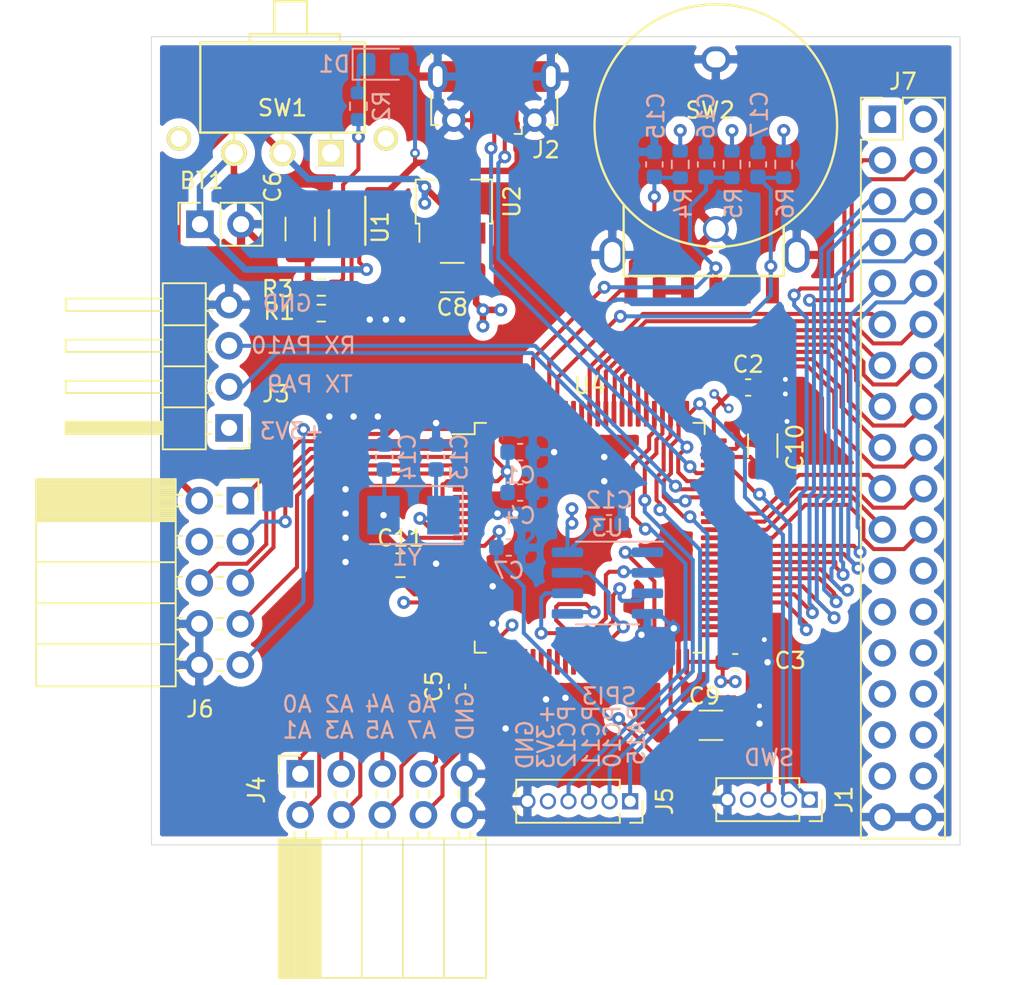
<source format=kicad_pcb>
(kicad_pcb (version 20171130) (host pcbnew 5.1.8-db9833491~87~ubuntu18.04.1)
  (layers (0 F.Cu signal) (1 In1.Cu signal) (2 In2.Cu signal) (31 B.Cu signal) (34 B.Paste user) (35 F.Paste user) (36 B.SilkS user) (37 F.SilkS user) (38 B.Mask user) (39 F.Mask user) (44 Edge.Cuts user))
  (net 0 "")
  (net 1 GND)
  (net 2 "Net-(BT1-Pad1)")
  (net 3 /NRST)
  (net 4 /ENC_A)
  (net 5 /ENC_B)
  (net 6 +BATT)
  (net 7 "Net-(C10-Pad1)")
  (net 8 "Net-(C13-Pad1)")
  (net 9 +3.3VA)
  (net 10 +5VP)
  (net 11 "Net-(D1-Pad1)")
  (net 12 /SWD_SCK)
  (net 13 /SWD_IO)
  (net 14 /USB_DP)
  (net 15 /USB_DM)
  (net 16 "Net-(R2-Pad1)")
  (net 17 /ENC_S)
  (net 18 "Net-(C9-Pad1)")
  (net 19 /UART1_RX)
  (net 20 /UART1_TX)
  (net 21 "Net-(R1-Pad2)")
  (net 22 "Net-(R3-Pad2)")
  (net 23 "Net-(J2-Pad4)")
  (net 24 "Net-(SW1-Pad1)")
  (net 25 "Net-(U1-Pad2)")
  (net 26 "Net-(U4-Pad96)")
  (net 27 "Net-(U4-Pad91)")
  (net 28 "Net-(U4-Pad90)")
  (net 29 "Net-(U4-Pad89)")
  (net 30 "Net-(U4-Pad47)")
  (net 31 "Net-(U4-Pad45)")
  (net 32 "Net-(U4-Pad43)")
  (net 33 "Net-(U4-Pad41)")
  (net 34 "Net-(U4-Pad34)")
  (net 35 "Net-(U4-Pad33)")
  (net 36 "Net-(U4-Pad18)")
  (net 37 "Net-(U4-Pad17)")
  (net 38 "Net-(U4-Pad16)")
  (net 39 "Net-(U4-Pad15)")
  (net 40 "Net-(U4-Pad9)")
  (net 41 "Net-(U4-Pad8)")
  (net 42 "Net-(U4-Pad7)")
  (net 43 "Net-(C14-Pad1)")
  (net 44 "Net-(C11-Pad1)")
  (net 45 /PA7)
  (net 46 /PA6)
  (net 47 /PA5)
  (net 48 /PA4)
  (net 49 /PA3)
  (net 50 /PA2)
  (net 51 /PA1)
  (net 52 /PA0)
  (net 53 /PC12_SPI3_MOSI)
  (net 54 /PC11_SPI3_MISO)
  (net 55 /PC10_SPI3_SCK)
  (net 56 /PA15)
  (net 57 /~SYNC)
  (net 58 /SAI_A_SD)
  (net 59 /MODE)
  (net 60 /SAI_A_FS)
  (net 61 /SAI_A_SCK)
  (net 62 /SAI_A_MCLK)
  (net 63 "Net-(J7-Pad34)")
  (net 64 "Net-(J7-Pad33)")
  (net 65 "Net-(J7-Pad32)")
  (net 66 "Net-(J7-Pad31)")
  (net 67 "Net-(J7-Pad30)")
  (net 68 "Net-(J7-Pad29)")
  (net 69 "Net-(J7-Pad28)")
  (net 70 "Net-(J7-Pad27)")
  (net 71 "Net-(J7-Pad26)")
  (net 72 "Net-(J7-Pad25)")
  (net 73 "Net-(J7-Pad24)")
  (net 74 "Net-(J7-Pad23)")
  (net 75 /LCD_RST)
  (net 76 /LCD_CS)
  (net 77 /LCD_WR)
  (net 78 /LCD_RS)
  (net 79 /DB0)
  (net 80 /DB1)
  (net 81 /DB2)
  (net 82 /DB3)
  (net 83 /DB4)
  (net 84 /DB5)
  (net 85 /DB6)
  (net 86 /DB7)
  (net 87 /DB15)
  (net 88 /DB14)
  (net 89 /DB13)
  (net 90 /DB12)
  (net 91 /DB11)
  (net 92 /DB10)
  (net 93 /DB9)
  (net 94 /DB8)
  (net 95 /QSPI_IO3)
  (net 96 /QSPI_CLK)
  (net 97 /QSPI_IO0)
  (net 98 /QSPI_IO2)
  (net 99 /QSPI_IO1)
  (net 100 /~QSPI_CS)
  (net 101 "Net-(U4-Pad97)")
  (net 102 "Net-(U4-Pad67)")
  (net 103 "Net-(U4-Pad54)")
  (net 104 "Net-(U4-Pad53)")
  (net 105 "Net-(U4-Pad52)")
  (net 106 "Net-(U4-Pad51)")
  (net 107 "Net-(U4-Pad44)")
  (net 108 "Net-(U4-Pad42)")
  (net 109 "Net-(U4-Pad35)")
  (net 110 "Net-(U4-Pad32)")
  (module balmer:Encoder_EVQWK4 (layer F.Cu) (at 84.9 61.9)
    (fp_text reference SW2 (at -0.35 -7.35) (layer F.SilkS))
    (fp_text value EVQWKL001)
    (pad A smd rect (at -5.25 3.8) (size 0.8 1.6) (layers F.Cu F.Paste F.Mask) (net 4 /ENC_A))
    (pad C smd rect (at -3.5 3.8) (size 0.8 1.6) (layers F.Cu F.Paste F.Mask) (net 1 GND))
    (pad S1 smd rect (at -1.75 3.8) (size 0.8 1.6) (layers F.Cu F.Paste F.Mask) (net 1 GND))
    (pad B smd rect (at 3.5 3.8) (size 0.8 1.6) (layers F.Cu F.Paste F.Mask) (net 5 /ENC_B))
    (pad S1 smd rect (at 1.75 3.8) (size 0.8 1.6) (layers F.Cu F.Paste F.Mask) (net 1 GND))
    (pad S2 smd rect (at 0 3.8) (size 0.8 1.6) (layers F.Cu F.Paste F.Mask) (net 17 /ENC_S))
    (pad GND thru_hole oval (at 0 -10.5) (size 1.8 1.6) (drill oval 1.2 1) (layers *.Cu *.Mask) (net 1 GND))
    (pad GND thru_hole oval (at -6.4 1.6) (size 1.6 2.2) (drill oval 1 1.6) (layers *.Cu *.Mask) (net 1 GND))
    (pad GND thru_hole oval (at 5 1.6) (size 1.6 2.2) (drill oval 1 1.6) (layers *.Cu *.Mask) (net 1 GND))
    (pad PAD thru_hole circle (at 0 0) (size 1.6 1.6) (drill 1.2) (layers *.Cu *.Mask) (net 1 GND))
  )
  (module Capacitor_SMD:C_0603_1608Metric (layer B.Cu) (at 78.3 80.1 180)
    (fp_text reference C12 (at 0 1.43) (layer B.SilkS) (effects (justify mirror)))
    (fp_text value 100n)
    (pad 2 smd roundrect (at 0.775 0 180) (size 0.9 0.95) (layers B.Cu B.Paste B.Mask) (net 9 +3.3VA))
    (pad 1 smd roundrect (at -0.775 0 180) (size 0.9 0.95) (layers B.Cu B.Paste B.Mask) (net 1 GND))
  )
  (module Crystal:Crystal_SMD_5032-2Pin_5.0x3.2mm (layer B.Cu) (at 66.2 79.6 180)
    (fp_text reference Y1 (at 0.4 -2.6) (layer B.SilkS) (effects (justify mirror)))
    (fp_text value "8 MHz")
    (pad 2 smd rect (at 1.85 0 180) (size 2 2.4) (layers B.Cu B.Paste B.Mask) (net 43 "Net-(C14-Pad1)"))
    (pad 1 smd rect (at -1.85 0 180) (size 2 2.4) (layers B.Cu B.Paste B.Mask) (net 8 "Net-(C13-Pad1)"))
  )
  (module Package_QFP:LQFP-100_14x14mm_P0.5mm (layer F.Cu) (at 77.1 81)
    (fp_text reference U4 (at 0 -9.42) (layer F.SilkS))
    (fp_text value STM32H750VITx)
    (pad 100 smd roundrect (at -6 -7.675) (size 0.3 1.6) (layers F.Cu F.Paste F.Mask) (net 9 +3.3VA))
    (pad 99 smd roundrect (at -5.5 -7.675) (size 0.3 1.6) (layers F.Cu F.Paste F.Mask) (net 1 GND))
    (pad 98 smd roundrect (at -5 -7.675) (size 0.3 1.6) (layers F.Cu F.Paste F.Mask) (net 57 /~SYNC))
    (pad 97 smd roundrect (at -4.5 -7.675) (size 0.3 1.6) (layers F.Cu F.Paste F.Mask) (net 101 "Net-(U4-Pad97)"))
    (pad 96 smd roundrect (at -4 -7.675) (size 0.3 1.6) (layers F.Cu F.Paste F.Mask) (net 26 "Net-(U4-Pad96)"))
    (pad 95 smd roundrect (at -3.5 -7.675) (size 0.3 1.6) (layers F.Cu F.Paste F.Mask) (net 17 /ENC_S))
    (pad 94 smd roundrect (at -3 -7.675) (size 0.3 1.6) (layers F.Cu F.Paste F.Mask) (net 1 GND))
    (pad 93 smd roundrect (at -2.5 -7.675) (size 0.3 1.6) (layers F.Cu F.Paste F.Mask) (net 4 /ENC_A))
    (pad 92 smd roundrect (at -2 -7.675) (size 0.3 1.6) (layers F.Cu F.Paste F.Mask) (net 5 /ENC_B))
    (pad 91 smd roundrect (at -1.5 -7.675) (size 0.3 1.6) (layers F.Cu F.Paste F.Mask) (net 27 "Net-(U4-Pad91)"))
    (pad 90 smd roundrect (at -1 -7.675) (size 0.3 1.6) (layers F.Cu F.Paste F.Mask) (net 28 "Net-(U4-Pad90)"))
    (pad 89 smd roundrect (at -0.5 -7.675) (size 0.3 1.6) (layers F.Cu F.Paste F.Mask) (net 29 "Net-(U4-Pad89)"))
    (pad 88 smd roundrect (at 0 -7.675) (size 0.3 1.6) (layers F.Cu F.Paste F.Mask) (net 86 /DB7))
    (pad 87 smd roundrect (at 0.5 -7.675) (size 0.3 1.6) (layers F.Cu F.Paste F.Mask) (net 85 /DB6))
    (pad 86 smd roundrect (at 1 -7.675) (size 0.3 1.6) (layers F.Cu F.Paste F.Mask) (net 84 /DB5))
    (pad 85 smd roundrect (at 1.5 -7.675) (size 0.3 1.6) (layers F.Cu F.Paste F.Mask) (net 83 /DB4))
    (pad 84 smd roundrect (at 2 -7.675) (size 0.3 1.6) (layers F.Cu F.Paste F.Mask) (net 82 /DB3))
    (pad 83 smd roundrect (at 2.5 -7.675) (size 0.3 1.6) (layers F.Cu F.Paste F.Mask) (net 81 /DB2))
    (pad 82 smd roundrect (at 3 -7.675) (size 0.3 1.6) (layers F.Cu F.Paste F.Mask) (net 80 /DB1))
    (pad 81 smd roundrect (at 3.5 -7.675) (size 0.3 1.6) (layers F.Cu F.Paste F.Mask) (net 79 /DB0))
    (pad 80 smd roundrect (at 4 -7.675) (size 0.3 1.6) (layers F.Cu F.Paste F.Mask) (net 53 /PC12_SPI3_MOSI))
    (pad 79 smd roundrect (at 4.5 -7.675) (size 0.3 1.6) (layers F.Cu F.Paste F.Mask) (net 54 /PC11_SPI3_MISO))
    (pad 78 smd roundrect (at 5 -7.675) (size 0.3 1.6) (layers F.Cu F.Paste F.Mask) (net 55 /PC10_SPI3_SCK))
    (pad 77 smd roundrect (at 5.5 -7.675) (size 0.3 1.6) (layers F.Cu F.Paste F.Mask) (net 56 /PA15))
    (pad 76 smd roundrect (at 6 -7.675) (size 0.3 1.6) (layers F.Cu F.Paste F.Mask) (net 12 /SWD_SCK))
    (pad 75 smd roundrect (at 7.675 -6) (size 1.6 0.3) (layers F.Cu F.Paste F.Mask) (net 9 +3.3VA))
    (pad 74 smd roundrect (at 7.675 -5.5) (size 1.6 0.3) (layers F.Cu F.Paste F.Mask) (net 1 GND))
    (pad 73 smd roundrect (at 7.675 -5) (size 1.6 0.3) (layers F.Cu F.Paste F.Mask) (net 7 "Net-(C10-Pad1)"))
    (pad 72 smd roundrect (at 7.675 -4.5) (size 1.6 0.3) (layers F.Cu F.Paste F.Mask) (net 13 /SWD_IO))
    (pad 71 smd roundrect (at 7.675 -4) (size 1.6 0.3) (layers F.Cu F.Paste F.Mask) (net 14 /USB_DP))
    (pad 70 smd roundrect (at 7.675 -3.5) (size 1.6 0.3) (layers F.Cu F.Paste F.Mask) (net 15 /USB_DM))
    (pad 69 smd roundrect (at 7.675 -3) (size 1.6 0.3) (layers F.Cu F.Paste F.Mask) (net 19 /UART1_RX))
    (pad 68 smd roundrect (at 7.675 -2.5) (size 1.6 0.3) (layers F.Cu F.Paste F.Mask) (net 20 /UART1_TX))
    (pad 67 smd roundrect (at 7.675 -2) (size 1.6 0.3) (layers F.Cu F.Paste F.Mask) (net 102 "Net-(U4-Pad67)"))
    (pad 66 smd roundrect (at 7.675 -1.5) (size 1.6 0.3) (layers F.Cu F.Paste F.Mask) (net 78 /LCD_RS))
    (pad 65 smd roundrect (at 7.675 -1) (size 1.6 0.3) (layers F.Cu F.Paste F.Mask) (net 77 /LCD_WR))
    (pad 64 smd roundrect (at 7.675 -0.5) (size 1.6 0.3) (layers F.Cu F.Paste F.Mask) (net 76 /LCD_CS))
    (pad 63 smd roundrect (at 7.675 0) (size 1.6 0.3) (layers F.Cu F.Paste F.Mask) (net 75 /LCD_RST))
    (pad 62 smd roundrect (at 7.675 0.5) (size 1.6 0.3) (layers F.Cu F.Paste F.Mask) (net 87 /DB15))
    (pad 61 smd roundrect (at 7.675 1) (size 1.6 0.3) (layers F.Cu F.Paste F.Mask) (net 88 /DB14))
    (pad 60 smd roundrect (at 7.675 1.5) (size 1.6 0.3) (layers F.Cu F.Paste F.Mask) (net 89 /DB13))
    (pad 59 smd roundrect (at 7.675 2) (size 1.6 0.3) (layers F.Cu F.Paste F.Mask) (net 90 /DB12))
    (pad 58 smd roundrect (at 7.675 2.5) (size 1.6 0.3) (layers F.Cu F.Paste F.Mask) (net 91 /DB11))
    (pad 57 smd roundrect (at 7.675 3) (size 1.6 0.3) (layers F.Cu F.Paste F.Mask) (net 92 /DB10))
    (pad 56 smd roundrect (at 7.675 3.5) (size 1.6 0.3) (layers F.Cu F.Paste F.Mask) (net 93 /DB9))
    (pad 55 smd roundrect (at 7.675 4) (size 1.6 0.3) (layers F.Cu F.Paste F.Mask) (net 94 /DB8))
    (pad 54 smd roundrect (at 7.675 4.5) (size 1.6 0.3) (layers F.Cu F.Paste F.Mask) (net 103 "Net-(U4-Pad54)"))
    (pad 53 smd roundrect (at 7.675 5) (size 1.6 0.3) (layers F.Cu F.Paste F.Mask) (net 104 "Net-(U4-Pad53)"))
    (pad 52 smd roundrect (at 7.675 5.5) (size 1.6 0.3) (layers F.Cu F.Paste F.Mask) (net 105 "Net-(U4-Pad52)"))
    (pad 51 smd roundrect (at 7.675 6) (size 1.6 0.3) (layers F.Cu F.Paste F.Mask) (net 106 "Net-(U4-Pad51)"))
    (pad 50 smd roundrect (at 6 7.675) (size 0.3 1.6) (layers F.Cu F.Paste F.Mask) (net 9 +3.3VA))
    (pad 49 smd roundrect (at 5.5 7.675) (size 0.3 1.6) (layers F.Cu F.Paste F.Mask) (net 1 GND))
    (pad 48 smd roundrect (at 5 7.675) (size 0.3 1.6) (layers F.Cu F.Paste F.Mask) (net 18 "Net-(C9-Pad1)"))
    (pad 47 smd roundrect (at 4.5 7.675) (size 0.3 1.6) (layers F.Cu F.Paste F.Mask) (net 30 "Net-(U4-Pad47)"))
    (pad 46 smd roundrect (at 4 7.675) (size 0.3 1.6) (layers F.Cu F.Paste F.Mask) (net 100 /~QSPI_CS))
    (pad 45 smd roundrect (at 3.5 7.675) (size 0.3 1.6) (layers F.Cu F.Paste F.Mask) (net 31 "Net-(U4-Pad45)"))
    (pad 44 smd roundrect (at 3 7.675) (size 0.3 1.6) (layers F.Cu F.Paste F.Mask) (net 107 "Net-(U4-Pad44)"))
    (pad 43 smd roundrect (at 2.5 7.675) (size 0.3 1.6) (layers F.Cu F.Paste F.Mask) (net 32 "Net-(U4-Pad43)"))
    (pad 42 smd roundrect (at 2 7.675) (size 0.3 1.6) (layers F.Cu F.Paste F.Mask) (net 108 "Net-(U4-Pad42)"))
    (pad 41 smd roundrect (at 1.5 7.675) (size 0.3 1.6) (layers F.Cu F.Paste F.Mask) (net 33 "Net-(U4-Pad41)"))
    (pad 40 smd roundrect (at 1 7.675) (size 0.3 1.6) (layers F.Cu F.Paste F.Mask) (net 95 /QSPI_IO3))
    (pad 39 smd roundrect (at 0.5 7.675) (size 0.3 1.6) (layers F.Cu F.Paste F.Mask) (net 98 /QSPI_IO2))
    (pad 38 smd roundrect (at 0 7.675) (size 0.3 1.6) (layers F.Cu F.Paste F.Mask) (net 99 /QSPI_IO1))
    (pad 37 smd roundrect (at -0.5 7.675) (size 0.3 1.6) (layers F.Cu F.Paste F.Mask) (net 97 /QSPI_IO0))
    (pad 36 smd roundrect (at -1 7.675) (size 0.3 1.6) (layers F.Cu F.Paste F.Mask) (net 96 /QSPI_CLK))
    (pad 35 smd roundrect (at -1.5 7.675) (size 0.3 1.6) (layers F.Cu F.Paste F.Mask) (net 109 "Net-(U4-Pad35)"))
    (pad 34 smd roundrect (at -2 7.675) (size 0.3 1.6) (layers F.Cu F.Paste F.Mask) (net 34 "Net-(U4-Pad34)"))
    (pad 33 smd roundrect (at -2.5 7.675) (size 0.3 1.6) (layers F.Cu F.Paste F.Mask) (net 35 "Net-(U4-Pad33)"))
    (pad 32 smd roundrect (at -3 7.675) (size 0.3 1.6) (layers F.Cu F.Paste F.Mask) (net 110 "Net-(U4-Pad32)"))
    (pad 31 smd roundrect (at -3.5 7.675) (size 0.3 1.6) (layers F.Cu F.Paste F.Mask) (net 45 /PA7))
    (pad 30 smd roundrect (at -4 7.675) (size 0.3 1.6) (layers F.Cu F.Paste F.Mask) (net 46 /PA6))
    (pad 29 smd roundrect (at -4.5 7.675) (size 0.3 1.6) (layers F.Cu F.Paste F.Mask) (net 47 /PA5))
    (pad 28 smd roundrect (at -5 7.675) (size 0.3 1.6) (layers F.Cu F.Paste F.Mask) (net 48 /PA4))
    (pad 27 smd roundrect (at -5.5 7.675) (size 0.3 1.6) (layers F.Cu F.Paste F.Mask) (net 9 +3.3VA))
    (pad 26 smd roundrect (at -6 7.675) (size 0.3 1.6) (layers F.Cu F.Paste F.Mask) (net 1 GND))
    (pad 25 smd roundrect (at -7.675 6) (size 1.6 0.3) (layers F.Cu F.Paste F.Mask) (net 49 /PA3))
    (pad 24 smd roundrect (at -7.675 5.5) (size 1.6 0.3) (layers F.Cu F.Paste F.Mask) (net 50 /PA2))
    (pad 23 smd roundrect (at -7.675 5) (size 1.6 0.3) (layers F.Cu F.Paste F.Mask) (net 51 /PA1))
    (pad 22 smd roundrect (at -7.675 4.5) (size 1.6 0.3) (layers F.Cu F.Paste F.Mask) (net 52 /PA0))
    (pad 21 smd roundrect (at -7.675 4) (size 1.6 0.3) (layers F.Cu F.Paste F.Mask) (net 9 +3.3VA))
    (pad 20 smd roundrect (at -7.675 3.5) (size 1.6 0.3) (layers F.Cu F.Paste F.Mask) (net 44 "Net-(C11-Pad1)"))
    (pad 19 smd roundrect (at -7.675 3) (size 1.6 0.3) (layers F.Cu F.Paste F.Mask) (net 1 GND))
    (pad 18 smd roundrect (at -7.675 2.5) (size 1.6 0.3) (layers F.Cu F.Paste F.Mask) (net 36 "Net-(U4-Pad18)"))
    (pad 17 smd roundrect (at -7.675 2) (size 1.6 0.3) (layers F.Cu F.Paste F.Mask) (net 37 "Net-(U4-Pad17)"))
    (pad 16 smd roundrect (at -7.675 1.5) (size 1.6 0.3) (layers F.Cu F.Paste F.Mask) (net 38 "Net-(U4-Pad16)"))
    (pad 15 smd roundrect (at -7.675 1) (size 1.6 0.3) (layers F.Cu F.Paste F.Mask) (net 39 "Net-(U4-Pad15)"))
    (pad 14 smd roundrect (at -7.675 0.5) (size 1.6 0.3) (layers F.Cu F.Paste F.Mask) (net 3 /NRST))
    (pad 13 smd roundrect (at -7.675 0) (size 1.6 0.3) (layers F.Cu F.Paste F.Mask) (net 43 "Net-(C14-Pad1)"))
    (pad 12 smd roundrect (at -7.675 -0.5) (size 1.6 0.3) (layers F.Cu F.Paste F.Mask) (net 8 "Net-(C13-Pad1)"))
    (pad 11 smd roundrect (at -7.675 -1) (size 1.6 0.3) (layers F.Cu F.Paste F.Mask) (net 9 +3.3VA))
    (pad 10 smd roundrect (at -7.675 -1.5) (size 1.6 0.3) (layers F.Cu F.Paste F.Mask) (net 1 GND))
    (pad 9 smd roundrect (at -7.675 -2) (size 1.6 0.3) (layers F.Cu F.Paste F.Mask) (net 40 "Net-(U4-Pad9)"))
    (pad 8 smd roundrect (at -7.675 -2.5) (size 1.6 0.3) (layers F.Cu F.Paste F.Mask) (net 41 "Net-(U4-Pad8)"))
    (pad 7 smd roundrect (at -7.675 -3) (size 1.6 0.3) (layers F.Cu F.Paste F.Mask) (net 42 "Net-(U4-Pad7)"))
    (pad 6 smd roundrect (at -7.675 -3.5) (size 1.6 0.3) (layers F.Cu F.Paste F.Mask) (net 9 +3.3VA))
    (pad 5 smd roundrect (at -7.675 -4) (size 1.6 0.3) (layers F.Cu F.Paste F.Mask) (net 58 /SAI_A_SD))
    (pad 4 smd roundrect (at -7.675 -4.5) (size 1.6 0.3) (layers F.Cu F.Paste F.Mask) (net 61 /SAI_A_SCK))
    (pad 3 smd roundrect (at -7.675 -5) (size 1.6 0.3) (layers F.Cu F.Paste F.Mask) (net 60 /SAI_A_FS))
    (pad 2 smd roundrect (at -7.675 -5.5) (size 1.6 0.3) (layers F.Cu F.Paste F.Mask) (net 59 /MODE))
    (pad 1 smd roundrect (at -7.675 -6) (size 1.6 0.3) (layers F.Cu F.Paste F.Mask) (net 62 /SAI_A_MCLK))
  )
  (module Package_SO:SOIC-8_3.9x4.9mm_P1.27mm (layer B.Cu) (at 78.2 83.8 180)
    (fp_text reference U3 (at 0 3.4) (layer B.SilkS) (effects (justify mirror)))
    (fp_text value "M25P16 or LY68L6400")
    (pad 8 smd roundrect (at 2.475 1.905 180) (size 1.95 0.6) (layers B.Cu B.Paste B.Mask) (net 9 +3.3VA))
    (pad 7 smd roundrect (at 2.475 0.635 180) (size 1.95 0.6) (layers B.Cu B.Paste B.Mask) (net 95 /QSPI_IO3))
    (pad 6 smd roundrect (at 2.475 -0.635 180) (size 1.95 0.6) (layers B.Cu B.Paste B.Mask) (net 96 /QSPI_CLK))
    (pad 5 smd roundrect (at 2.475 -1.905 180) (size 1.95 0.6) (layers B.Cu B.Paste B.Mask) (net 97 /QSPI_IO0))
    (pad 4 smd roundrect (at -2.475 -1.905 180) (size 1.95 0.6) (layers B.Cu B.Paste B.Mask) (net 1 GND))
    (pad 3 smd roundrect (at -2.475 -0.635 180) (size 1.95 0.6) (layers B.Cu B.Paste B.Mask) (net 98 /QSPI_IO2))
    (pad 2 smd roundrect (at -2.475 0.635 180) (size 1.95 0.6) (layers B.Cu B.Paste B.Mask) (net 99 /QSPI_IO1))
    (pad 1 smd roundrect (at -2.475 1.905 180) (size 1.95 0.6) (layers B.Cu B.Paste B.Mask) (net 100 /~QSPI_CS))
  )
  (module Package_TO_SOT_SMD:SOT-89-3 (layer F.Cu) (at 68.7 60.5 90)
    (fp_text reference U2 (at 0.3 3.6 90) (layer F.SilkS))
    (fp_text value HT7333)
    (pad 2 smd custom (at -1.5625 0 90) (size 1.475 0.9) (layers F.Cu F.Paste F.Mask) (net 6 +BATT) (options (clearance outline) (anchor rect)) (primitives (gr_poly (pts (xy 0.7375 -0.8665) (xy 3.8625 -0.8665) (xy 3.8625 0.8665) (xy 0.7375 0.8665)) (width 0))))
    (pad 3 smd rect (at -1.65 1.5 90) (size 1.3 0.9) (layers F.Cu F.Paste F.Mask) (net 9 +3.3VA))
    (pad 1 smd rect (at -1.65 -1.5 90) (size 1.3 0.9) (layers F.Cu F.Paste F.Mask) (net 1 GND))
  )
  (module balmer:DFN-8-1EP_3x2mm_P0.5mm_EP1.75x1.65mm (layer F.Cu) (at 62.1 61.8 270)
    (fp_text reference U1 (at 0 -2.05 90) (layer F.SilkS))
    (fp_text value ISL9204)
    (pad 9 smd rect (at 0 0 270) (size 1.75 1.65) (layers F.Cu F.Mask) (net 1 GND))
    (pad 8 smd rect (at 1.45 -0.75 270) (size 0.75 0.3) (layers F.Cu F.Paste F.Mask) (net 2 "Net-(BT1-Pad1)"))
    (pad 7 smd rect (at 1.45 -0.25 270) (size 0.75 0.3) (layers F.Cu F.Paste F.Mask) (net 21 "Net-(R1-Pad2)"))
    (pad 6 smd rect (at 1.45 0.25 270) (size 0.75 0.3) (layers F.Cu F.Paste F.Mask) (net 22 "Net-(R3-Pad2)"))
    (pad 5 smd rect (at 1.45 0.75 270) (size 0.75 0.3) (layers F.Cu F.Paste F.Mask) (net 1 GND))
    (pad 4 smd rect (at -1.45 0.75 270) (size 0.75 0.3) (layers F.Cu F.Paste F.Mask) (net 1 GND))
    (pad 3 smd rect (at -1.45 0.25 270) (size 0.75 0.3) (layers F.Cu F.Paste F.Mask) (net 16 "Net-(R2-Pad1)"))
    (pad 2 smd rect (at -1.45 -0.25 270) (size 0.75 0.3) (layers F.Cu F.Paste F.Mask) (net 25 "Net-(U1-Pad2)"))
    (pad 1 smd rect (at -1.45 -0.75 270) (size 0.75 0.3) (layers F.Cu F.Paste F.Mask) (net 10 +5VP))
  )
  (module balmer:SW_Angled_with_GND (layer F.Cu) (at 58.1 57.2 180)
    (fp_text reference SW1 (at 0 2.794) (layer F.SilkS))
    (fp_text value PowerOn)
    (pad GND thru_hole circle (at -6.4 0.9 180) (size 1.5 1.5) (drill 1) (layers *.Cu *.Mask F.SilkS))
    (pad GND thru_hole circle (at 6.4 0.9 180) (size 1.5 1.5) (drill 1) (layers *.Cu *.Mask F.SilkS))
    (pad 3 thru_hole circle (at 3 0 180) (size 1.6 1.6) (drill 1.1) (layers *.Cu *.Mask F.SilkS) (net 2 "Net-(BT1-Pad1)"))
    (pad 2 thru_hole circle (at 0 0 180) (size 1.6 1.6) (drill 1.1) (layers *.Cu *.Mask F.SilkS) (net 6 +BATT))
    (pad 1 thru_hole rect (at -3 0 180) (size 1.6 1.6) (drill 1.1) (layers *.Cu *.Mask F.SilkS) (net 24 "Net-(SW1-Pad1)"))
  )
  (module Resistor_SMD:R_0603_1608Metric (layer B.Cu) (at 89.1 57.9 90)
    (fp_text reference R6 (at -2.4 0.1 270) (layer B.SilkS) (effects (justify mirror)))
    (fp_text value 10k)
    (pad 2 smd roundrect (at 0.825 0 90) (size 0.8 0.95) (layers B.Cu B.Paste B.Mask) (net 9 +3.3VA))
    (pad 1 smd roundrect (at -0.825 0 90) (size 0.8 0.95) (layers B.Cu B.Paste B.Mask) (net 5 /ENC_B))
  )
  (module Resistor_SMD:R_0603_1608Metric (layer B.Cu) (at 85.9 57.9 270)
    (fp_text reference R5 (at 2.4 -0.1 270) (layer B.SilkS) (effects (justify mirror)))
    (fp_text value 10k)
    (pad 2 smd roundrect (at 0.825 0 270) (size 0.8 0.95) (layers B.Cu B.Paste B.Mask) (net 17 /ENC_S))
    (pad 1 smd roundrect (at -0.825 0 270) (size 0.8 0.95) (layers B.Cu B.Paste B.Mask) (net 9 +3.3VA))
  )
  (module Resistor_SMD:R_0603_1608Metric (layer B.Cu) (at 82.7 57.9 90)
    (fp_text reference R4 (at -2.4 0.2 270) (layer B.SilkS) (effects (justify mirror)))
    (fp_text value 10k)
    (pad 2 smd roundrect (at 0.825 0 90) (size 0.8 0.95) (layers B.Cu B.Paste B.Mask) (net 9 +3.3VA))
    (pad 1 smd roundrect (at -0.825 0 90) (size 0.8 0.95) (layers B.Cu B.Paste B.Mask) (net 4 /ENC_A))
  )
  (module Resistor_SMD:R_0603_1608Metric (layer F.Cu) (at 60.5 65.5)
    (fp_text reference R3 (at -2.7 0.1 180) (layer F.SilkS))
    (fp_text value 180k)
    (pad 2 smd roundrect (at 0.825 0) (size 0.8 0.95) (layers F.Cu F.Paste F.Mask) (net 22 "Net-(R3-Pad2)"))
    (pad 1 smd roundrect (at -0.825 0) (size 0.8 0.95) (layers F.Cu F.Paste F.Mask) (net 1 GND))
  )
  (module Resistor_SMD:R_0603_1608Metric (layer B.Cu) (at 62.8 54.3 90)
    (fp_text reference R2 (at 0 1.43 90) (layer B.SilkS) (effects (justify mirror)))
    (fp_text value 1k)
    (pad 2 smd roundrect (at 0.825 0 90) (size 0.8 0.95) (layers B.Cu B.Paste B.Mask) (net 11 "Net-(D1-Pad1)"))
    (pad 1 smd roundrect (at -0.825 0 90) (size 0.8 0.95) (layers B.Cu B.Paste B.Mask) (net 16 "Net-(R2-Pad1)"))
  )
  (module Resistor_SMD:R_0603_1608Metric (layer F.Cu) (at 60.5 67.1)
    (fp_text reference R1 (at -2.6 -0.1) (layer F.SilkS))
    (fp_text value 22k)
    (pad 2 smd roundrect (at 0.825 0) (size 0.8 0.95) (layers F.Cu F.Paste F.Mask) (net 21 "Net-(R1-Pad2)"))
    (pad 1 smd roundrect (at -0.825 0) (size 0.8 0.95) (layers F.Cu F.Paste F.Mask) (net 1 GND))
  )
  (module Connector_PinHeader_2.54mm:PinHeader_2x18_P2.54mm_Vertical (layer F.Cu) (at 95.2 55.1)
    (fp_text reference J7 (at 1.27 -2.33) (layer F.SilkS))
    (fp_text value Display)
    (pad 36 thru_hole oval (at 2.54 43.18) (size 1.7 1.7) (drill 1) (layers *.Cu *.Mask) (net 1 GND))
    (pad 35 thru_hole oval (at 0 43.18) (size 1.7 1.7) (drill 1) (layers *.Cu *.Mask) (net 1 GND))
    (pad 34 thru_hole oval (at 2.54 40.64) (size 1.7 1.7) (drill 1) (layers *.Cu *.Mask) (net 63 "Net-(J7-Pad34)"))
    (pad 33 thru_hole oval (at 0 40.64) (size 1.7 1.7) (drill 1) (layers *.Cu *.Mask) (net 64 "Net-(J7-Pad33)"))
    (pad 32 thru_hole oval (at 2.54 38.1) (size 1.7 1.7) (drill 1) (layers *.Cu *.Mask) (net 65 "Net-(J7-Pad32)"))
    (pad 31 thru_hole oval (at 0 38.1) (size 1.7 1.7) (drill 1) (layers *.Cu *.Mask) (net 66 "Net-(J7-Pad31)"))
    (pad 30 thru_hole oval (at 2.54 35.56) (size 1.7 1.7) (drill 1) (layers *.Cu *.Mask) (net 67 "Net-(J7-Pad30)"))
    (pad 29 thru_hole oval (at 0 35.56) (size 1.7 1.7) (drill 1) (layers *.Cu *.Mask) (net 68 "Net-(J7-Pad29)"))
    (pad 28 thru_hole oval (at 2.54 33.02) (size 1.7 1.7) (drill 1) (layers *.Cu *.Mask) (net 69 "Net-(J7-Pad28)"))
    (pad 27 thru_hole oval (at 0 33.02) (size 1.7 1.7) (drill 1) (layers *.Cu *.Mask) (net 70 "Net-(J7-Pad27)"))
    (pad 26 thru_hole oval (at 2.54 30.48) (size 1.7 1.7) (drill 1) (layers *.Cu *.Mask) (net 71 "Net-(J7-Pad26)"))
    (pad 25 thru_hole oval (at 0 30.48) (size 1.7 1.7) (drill 1) (layers *.Cu *.Mask) (net 72 "Net-(J7-Pad25)"))
    (pad 24 thru_hole oval (at 2.54 27.94) (size 1.7 1.7) (drill 1) (layers *.Cu *.Mask) (net 73 "Net-(J7-Pad24)"))
    (pad 23 thru_hole oval (at 0 27.94) (size 1.7 1.7) (drill 1) (layers *.Cu *.Mask) (net 74 "Net-(J7-Pad23)"))
    (pad 22 thru_hole oval (at 2.54 25.4) (size 1.7 1.7) (drill 1) (layers *.Cu *.Mask) (net 75 /LCD_RST))
    (pad 21 thru_hole oval (at 0 25.4) (size 1.7 1.7) (drill 1) (layers *.Cu *.Mask) (net 76 /LCD_CS))
    (pad 20 thru_hole oval (at 2.54 22.86) (size 1.7 1.7) (drill 1) (layers *.Cu *.Mask) (net 77 /LCD_WR))
    (pad 19 thru_hole oval (at 0 22.86) (size 1.7 1.7) (drill 1) (layers *.Cu *.Mask) (net 78 /LCD_RS))
    (pad 18 thru_hole oval (at 2.54 20.32) (size 1.7 1.7) (drill 1) (layers *.Cu *.Mask) (net 79 /DB0))
    (pad 17 thru_hole oval (at 0 20.32) (size 1.7 1.7) (drill 1) (layers *.Cu *.Mask) (net 80 /DB1))
    (pad 16 thru_hole oval (at 2.54 17.78) (size 1.7 1.7) (drill 1) (layers *.Cu *.Mask) (net 81 /DB2))
    (pad 15 thru_hole oval (at 0 17.78) (size 1.7 1.7) (drill 1) (layers *.Cu *.Mask) (net 82 /DB3))
    (pad 14 thru_hole oval (at 2.54 15.24) (size 1.7 1.7) (drill 1) (layers *.Cu *.Mask) (net 83 /DB4))
    (pad 13 thru_hole oval (at 0 15.24) (size 1.7 1.7) (drill 1) (layers *.Cu *.Mask) (net 84 /DB5))
    (pad 12 thru_hole oval (at 2.54 12.7) (size 1.7 1.7) (drill 1) (layers *.Cu *.Mask) (net 85 /DB6))
    (pad 11 thru_hole oval (at 0 12.7) (size 1.7 1.7) (drill 1) (layers *.Cu *.Mask) (net 86 /DB7))
    (pad 10 thru_hole oval (at 2.54 10.16) (size 1.7 1.7) (drill 1) (layers *.Cu *.Mask) (net 87 /DB15))
    (pad 9 thru_hole oval (at 0 10.16) (size 1.7 1.7) (drill 1) (layers *.Cu *.Mask) (net 88 /DB14))
    (pad 8 thru_hole oval (at 2.54 7.62) (size 1.7 1.7) (drill 1) (layers *.Cu *.Mask) (net 89 /DB13))
    (pad 7 thru_hole oval (at 0 7.62) (size 1.7 1.7) (drill 1) (layers *.Cu *.Mask) (net 90 /DB12))
    (pad 6 thru_hole oval (at 2.54 5.08) (size 1.7 1.7) (drill 1) (layers *.Cu *.Mask) (net 91 /DB11))
    (pad 5 thru_hole oval (at 0 5.08) (size 1.7 1.7) (drill 1) (layers *.Cu *.Mask) (net 92 /DB10))
    (pad 4 thru_hole oval (at 2.54 2.54) (size 1.7 1.7) (drill 1) (layers *.Cu *.Mask) (net 93 /DB9))
    (pad 3 thru_hole oval (at 0 2.54) (size 1.7 1.7) (drill 1) (layers *.Cu *.Mask) (net 94 /DB8))
    (pad 2 thru_hole oval (at 2.54 0) (size 1.7 1.7) (drill 1) (layers *.Cu *.Mask) (net 9 +3.3VA))
    (pad 1 thru_hole rect (at 0 0) (size 1.7 1.7) (drill 1) (layers *.Cu *.Mask) (net 9 +3.3VA))
  )
  (module Connector_PinSocket_2.54mm:PinSocket_2x05_P2.54mm_Horizontal (layer F.Cu) (at 55.5 78.7)
    (fp_text reference J6 (at -2.5 12.9) (layer F.SilkS))
    (fp_text value Data&Power)
    (pad 10 thru_hole oval (at -2.54 10.16) (size 1.7 1.7) (drill 1) (layers *.Cu *.Mask) (net 1 GND))
    (pad 9 thru_hole oval (at 0 10.16) (size 1.7 1.7) (drill 1) (layers *.Cu *.Mask) (net 57 /~SYNC))
    (pad 8 thru_hole oval (at -2.54 7.62) (size 1.7 1.7) (drill 1) (layers *.Cu *.Mask) (net 1 GND))
    (pad 7 thru_hole oval (at 0 7.62) (size 1.7 1.7) (drill 1) (layers *.Cu *.Mask) (net 58 /SAI_A_SD))
    (pad 6 thru_hole oval (at -2.54 5.08) (size 1.7 1.7) (drill 1) (layers *.Cu *.Mask) (net 59 /MODE))
    (pad 5 thru_hole oval (at 0 5.08) (size 1.7 1.7) (drill 1) (layers *.Cu *.Mask) (net 60 /SAI_A_FS))
    (pad 4 thru_hole oval (at -2.54 2.54) (size 1.7 1.7) (drill 1) (layers *.Cu *.Mask) (net 9 +3.3VA))
    (pad 3 thru_hole oval (at 0 2.54) (size 1.7 1.7) (drill 1) (layers *.Cu *.Mask) (net 61 /SAI_A_SCK))
    (pad 2 thru_hole oval (at -2.54 0) (size 1.7 1.7) (drill 1) (layers *.Cu *.Mask) (net 6 +BATT))
    (pad 1 thru_hole rect (at 0 0) (size 1.7 1.7) (drill 1) (layers *.Cu *.Mask) (net 62 /SAI_A_MCLK))
  )
  (module Connector_PinSocket_1.27mm:PinSocket_1x06_P1.27mm_Vertical (layer F.Cu) (at 79.6 97.3 270)
    (fp_text reference J5 (at 0 -2.135 90) (layer F.SilkS))
    (fp_text value SPI3)
    (pad 6 thru_hole oval (at 0 6.35 270) (size 1 1) (drill 0.7) (layers *.Cu *.Mask) (net 1 GND))
    (pad 5 thru_hole oval (at 0 5.08 270) (size 1 1) (drill 0.7) (layers *.Cu *.Mask) (net 9 +3.3VA))
    (pad 4 thru_hole oval (at 0 3.81 270) (size 1 1) (drill 0.7) (layers *.Cu *.Mask) (net 53 /PC12_SPI3_MOSI))
    (pad 3 thru_hole oval (at 0 2.54 270) (size 1 1) (drill 0.7) (layers *.Cu *.Mask) (net 54 /PC11_SPI3_MISO))
    (pad 2 thru_hole oval (at 0 1.27 270) (size 1 1) (drill 0.7) (layers *.Cu *.Mask) (net 55 /PC10_SPI3_SCK))
    (pad 1 thru_hole rect (at 0 0 270) (size 1 1) (drill 0.7) (layers *.Cu *.Mask) (net 56 /PA15))
  )
  (module Connector_PinSocket_2.54mm:PinSocket_2x05_P2.54mm_Horizontal (layer F.Cu) (at 59.2 95.6 90)
    (fp_text reference J4 (at -1 -2.7 90) (layer F.SilkS))
    (fp_text value PA0-7)
    (pad 10 thru_hole oval (at -2.54 10.16 90) (size 1.7 1.7) (drill 1) (layers *.Cu *.Mask) (net 1 GND))
    (pad 9 thru_hole oval (at 0 10.16 90) (size 1.7 1.7) (drill 1) (layers *.Cu *.Mask) (net 1 GND))
    (pad 8 thru_hole oval (at -2.54 7.62 90) (size 1.7 1.7) (drill 1) (layers *.Cu *.Mask) (net 45 /PA7))
    (pad 7 thru_hole oval (at 0 7.62 90) (size 1.7 1.7) (drill 1) (layers *.Cu *.Mask) (net 46 /PA6))
    (pad 6 thru_hole oval (at -2.54 5.08 90) (size 1.7 1.7) (drill 1) (layers *.Cu *.Mask) (net 47 /PA5))
    (pad 5 thru_hole oval (at 0 5.08 90) (size 1.7 1.7) (drill 1) (layers *.Cu *.Mask) (net 48 /PA4))
    (pad 4 thru_hole oval (at -2.54 2.54 90) (size 1.7 1.7) (drill 1) (layers *.Cu *.Mask) (net 49 /PA3))
    (pad 3 thru_hole oval (at 0 2.54 90) (size 1.7 1.7) (drill 1) (layers *.Cu *.Mask) (net 50 /PA2))
    (pad 2 thru_hole oval (at -2.54 0 90) (size 1.7 1.7) (drill 1) (layers *.Cu *.Mask) (net 51 /PA1))
    (pad 1 thru_hole rect (at 0 0 90) (size 1.7 1.7) (drill 1) (layers *.Cu *.Mask) (net 52 /PA0))
  )
  (module Connector_PinHeader_2.54mm:PinHeader_1x04_P2.54mm_Horizontal (layer F.Cu) (at 54.8 74.2 180)
    (fp_text reference J3 (at -2.9 2.1) (layer F.SilkS))
    (fp_text value UART)
    (pad 4 thru_hole oval (at 0 7.62 180) (size 1.7 1.7) (drill 1) (layers *.Cu *.Mask) (net 1 GND))
    (pad 3 thru_hole oval (at 0 5.08 180) (size 1.7 1.7) (drill 1) (layers *.Cu *.Mask) (net 19 /UART1_RX))
    (pad 2 thru_hole oval (at 0 2.54 180) (size 1.7 1.7) (drill 1) (layers *.Cu *.Mask) (net 20 /UART1_TX))
    (pad 1 thru_hole rect (at 0 0 180) (size 1.7 1.7) (drill 1) (layers *.Cu *.Mask) (net 9 +3.3VA))
  )
  (module Connector_USB:USB_Micro-B_Molex-105017-0001 (layer F.Cu) (at 71.2 53.7 180)
    (fp_text reference J2 (at -3.2 -3.3) (layer F.SilkS))
    (fp_text value USB_B_Micro)
    (pad 6 smd rect (at -2.9 1.2375 180) (size 1.2 1.9) (layers F.Cu F.Mask) (net 1 GND))
    (pad 6 smd rect (at 2.9 1.2375 180) (size 1.2 1.9) (layers F.Cu F.Mask) (net 1 GND))
    (pad 6 thru_hole oval (at 3.5 1.2375 180) (size 1.2 1.9) (drill oval 0.6 1.3) (layers *.Cu *.Mask) (net 1 GND))
    (pad 6 thru_hole oval (at -3.5 1.2375) (size 1.2 1.9) (drill oval 0.6 1.3) (layers *.Cu *.Mask) (net 1 GND))
    (pad 6 smd rect (at -1 1.2375 180) (size 1.5 1.9) (layers F.Cu F.Paste F.Mask) (net 1 GND))
    (pad 6 thru_hole circle (at 2.5 -1.4625 180) (size 1.45 1.45) (drill 0.85) (layers *.Cu *.Mask) (net 1 GND))
    (pad 3 smd rect (at 0 -1.4625 180) (size 0.4 1.35) (layers F.Cu F.Paste F.Mask) (net 14 /USB_DP))
    (pad 4 smd rect (at 0.65 -1.4625 180) (size 0.4 1.35) (layers F.Cu F.Paste F.Mask) (net 23 "Net-(J2-Pad4)"))
    (pad 5 smd rect (at 1.3 -1.4625 180) (size 0.4 1.35) (layers F.Cu F.Paste F.Mask) (net 1 GND))
    (pad 1 smd rect (at -1.3 -1.4625 180) (size 0.4 1.35) (layers F.Cu F.Paste F.Mask) (net 10 +5VP))
    (pad 2 smd rect (at -0.65 -1.4625 180) (size 0.4 1.35) (layers F.Cu F.Paste F.Mask) (net 15 /USB_DM))
    (pad 6 thru_hole circle (at -2.5 -1.4625 180) (size 1.45 1.45) (drill 0.85) (layers *.Cu *.Mask) (net 1 GND))
    (pad 6 smd rect (at 1 1.2375 180) (size 1.5 1.9) (layers F.Cu F.Paste F.Mask) (net 1 GND))
  )
  (module Connector_PinSocket_1.27mm:PinSocket_1x05_P1.27mm_Vertical (layer F.Cu) (at 90.7 97.2 270)
    (fp_text reference J1 (at 0 -2.135 90) (layer F.SilkS))
    (fp_text value SWD)
    (pad 5 thru_hole oval (at 0 5.08 270) (size 1 1) (drill 0.7) (layers *.Cu *.Mask) (net 1 GND))
    (pad 4 thru_hole oval (at 0 3.81 270) (size 1 1) (drill 0.7) (layers *.Cu *.Mask) (net 9 +3.3VA))
    (pad 3 thru_hole oval (at 0 2.54 270) (size 1 1) (drill 0.7) (layers *.Cu *.Mask) (net 3 /NRST))
    (pad 2 thru_hole oval (at 0 1.27 270) (size 1 1) (drill 0.7) (layers *.Cu *.Mask) (net 12 /SWD_SCK))
    (pad 1 thru_hole rect (at 0 0 270) (size 1 1) (drill 0.7) (layers *.Cu *.Mask) (net 13 /SWD_IO))
  )
  (module LED_SMD:LED_0805_2012Metric_Pad1.15x1.40mm_HandSolder (layer B.Cu) (at 64.3 51.7)
    (fp_text reference D1 (at -3 0) (layer B.SilkS) (effects (justify mirror)))
    (fp_text value LED)
    (pad 2 smd roundrect (at 1.025 0) (size 1.15 1.4) (layers B.Cu B.Paste B.Mask) (roundrect_rratio 0.2173904347826087) (net 10 +5VP))
    (pad 1 smd roundrect (at -1.025 0) (size 1.15 1.4) (layers B.Cu B.Paste B.Mask) (roundrect_rratio 0.2173904347826087) (net 11 "Net-(D1-Pad1)"))
  )
  (module Capacitor_SMD:C_0603_1608Metric (layer B.Cu) (at 87.5 57.9 270)
    (fp_text reference C17 (at -3.1 -0.1 90) (layer B.SilkS) (effects (justify mirror)))
    (fp_text value 22n)
    (pad 2 smd roundrect (at 0.775 0 270) (size 0.9 0.95) (layers B.Cu B.Paste B.Mask) (net 5 /ENC_B))
    (pad 1 smd roundrect (at -0.775 0 270) (size 0.9 0.95) (layers B.Cu B.Paste B.Mask) (net 1 GND))
  )
  (module Capacitor_SMD:C_0603_1608Metric (layer B.Cu) (at 84.3 57.9 270)
    (fp_text reference C16 (at -3 0 90) (layer B.SilkS) (effects (justify mirror)))
    (fp_text value 22n)
    (pad 2 smd roundrect (at 0.775 0 270) (size 0.9 0.95) (layers B.Cu B.Paste B.Mask) (net 17 /ENC_S))
    (pad 1 smd roundrect (at -0.775 0 270) (size 0.9 0.95) (layers B.Cu B.Paste B.Mask) (net 1 GND))
  )
  (module Capacitor_SMD:C_0603_1608Metric (layer B.Cu) (at 81.1 57.9 90)
    (fp_text reference C15 (at 3 0.1 90) (layer B.SilkS) (effects (justify mirror)))
    (fp_text value 22n)
    (pad 2 smd roundrect (at 0.775 0 90) (size 0.9 0.95) (layers B.Cu B.Paste B.Mask) (net 1 GND))
    (pad 1 smd roundrect (at -0.775 0 90) (size 0.9 0.95) (layers B.Cu B.Paste B.Mask) (net 4 /ENC_A))
  )
  (module Capacitor_SMD:C_0603_1608Metric (layer B.Cu) (at 64.4 76 90)
    (fp_text reference C14 (at 0 1.43 90) (layer B.SilkS) (effects (justify mirror)))
    (fp_text value 22)
    (pad 2 smd roundrect (at 0.775 0 90) (size 0.9 0.95) (layers B.Cu B.Paste B.Mask) (net 1 GND))
    (pad 1 smd roundrect (at -0.775 0 90) (size 0.9 0.95) (layers B.Cu B.Paste B.Mask) (net 43 "Net-(C14-Pad1)"))
  )
  (module Capacitor_SMD:C_0603_1608Metric (layer B.Cu) (at 67.6 76 90)
    (fp_text reference C13 (at 0 1.43 90) (layer B.SilkS) (effects (justify mirror)))
    (fp_text value 22)
    (pad 2 smd roundrect (at 0.775 0 90) (size 0.9 0.95) (layers B.Cu B.Paste B.Mask) (net 1 GND))
    (pad 1 smd roundrect (at -0.775 0 90) (size 0.9 0.95) (layers B.Cu B.Paste B.Mask) (net 8 "Net-(C13-Pad1)"))
  )
  (module Capacitor_SMD:C_0805_2012Metric (layer F.Cu) (at 65.4 82.7)
    (fp_text reference C11 (at 0 -1.68) (layer F.SilkS))
    (fp_text value 2.2u)
    (pad 2 smd roundrect (at 0.95 0) (size 1 1.45) (layers F.Cu F.Paste F.Mask) (net 1 GND))
    (pad 1 smd roundrect (at -0.95 0) (size 1 1.45) (layers F.Cu F.Paste F.Mask) (net 44 "Net-(C11-Pad1)"))
  )
  (module Capacitor_SMD:C_1206_3216Metric (layer F.Cu) (at 87.8 75.3 90)
    (fp_text reference C10 (at -0.1 2 90) (layer F.SilkS))
    (fp_text value 10u)
    (pad 2 smd roundrect (at 1.475 0 90) (size 1.15 1.8) (layers F.Cu F.Paste F.Mask) (roundrect_rratio 0.2173904347826087) (net 1 GND))
    (pad 1 smd roundrect (at -1.475 0 90) (size 1.15 1.8) (layers F.Cu F.Paste F.Mask) (roundrect_rratio 0.2173904347826087) (net 7 "Net-(C10-Pad1)"))
  )
  (module Capacitor_SMD:C_1206_3216Metric (layer F.Cu) (at 84.6 92.6)
    (fp_text reference C9 (at -0.4 -1.8) (layer F.SilkS))
    (fp_text value 10u)
    (pad 2 smd roundrect (at 1.475 0) (size 1.15 1.8) (layers F.Cu F.Paste F.Mask) (roundrect_rratio 0.2173904347826087) (net 1 GND))
    (pad 1 smd roundrect (at -1.475 0) (size 1.15 1.8) (layers F.Cu F.Paste F.Mask) (roundrect_rratio 0.2173904347826087) (net 18 "Net-(C9-Pad1)"))
  )
  (module Capacitor_SMD:C_1206_3216Metric (layer F.Cu) (at 68.6 64.9 180)
    (fp_text reference C8 (at 0 -1.85) (layer F.SilkS))
    (fp_text value 100u)
    (pad 2 smd roundrect (at 1.475 0 180) (size 1.15 1.8) (layers F.Cu F.Paste F.Mask) (roundrect_rratio 0.2173904347826087) (net 1 GND))
    (pad 1 smd roundrect (at -1.475 0 180) (size 1.15 1.8) (layers F.Cu F.Paste F.Mask) (roundrect_rratio 0.2173904347826087) (net 9 +3.3VA))
  )
  (module Capacitor_SMD:C_0603_1608Metric (layer B.Cu) (at 72.1 81.6)
    (fp_text reference C7 (at 0 1.43) (layer B.SilkS) (effects (justify mirror)))
    (fp_text value 100n)
    (pad 2 smd roundrect (at 0.775 0) (size 0.9 0.95) (layers B.Cu B.Paste B.Mask) (net 1 GND))
    (pad 1 smd roundrect (at -0.775 0) (size 0.9 0.95) (layers B.Cu B.Paste B.Mask) (net 3 /NRST))
  )
  (module Capacitor_SMD:C_1206_3216Metric (layer F.Cu) (at 59.2 61.9 270)
    (fp_text reference C6 (at -2.6 1.7 90) (layer F.SilkS))
    (fp_text value 10u)
    (pad 2 smd roundrect (at 1.475 0 270) (size 1.15 1.8) (layers F.Cu F.Paste F.Mask) (roundrect_rratio 0.2173904347826087) (net 1 GND))
    (pad 1 smd roundrect (at -1.475 0 270) (size 1.15 1.8) (layers F.Cu F.Paste F.Mask) (roundrect_rratio 0.2173904347826087) (net 2 "Net-(BT1-Pad1)"))
  )
  (module Capacitor_SMD:C_0603_1608Metric (layer F.Cu) (at 68.9 90.2 90)
    (fp_text reference C5 (at 0 -1.43 90) (layer F.SilkS))
    (fp_text value 100n)
    (pad 2 smd roundrect (at 0.775 0 90) (size 0.9 0.95) (layers F.Cu F.Paste F.Mask) (net 1 GND))
    (pad 1 smd roundrect (at -0.775 0 90) (size 0.9 0.95) (layers F.Cu F.Paste F.Mask) (net 9 +3.3VA))
  )
  (module Capacitor_SMD:C_0603_1608Metric (layer B.Cu) (at 72.8 78.2)
    (fp_text reference C4 (at 0 1.43) (layer B.SilkS) (effects (justify mirror)))
    (fp_text value 100n)
    (pad 2 smd roundrect (at 0.775 0) (size 0.9 0.95) (layers B.Cu B.Paste B.Mask) (net 1 GND))
    (pad 1 smd roundrect (at -0.775 0) (size 0.9 0.95) (layers B.Cu B.Paste B.Mask) (net 9 +3.3VA))
  )
  (module Capacitor_SMD:C_0603_1608Metric (layer F.Cu) (at 86.1 88.7)
    (fp_text reference C3 (at 3.4 -0.1) (layer F.SilkS))
    (fp_text value 100n)
    (pad 2 smd roundrect (at 0.775 0) (size 0.9 0.95) (layers F.Cu F.Paste F.Mask) (net 1 GND))
    (pad 1 smd roundrect (at -0.775 0) (size 0.9 0.95) (layers F.Cu F.Paste F.Mask) (net 9 +3.3VA))
  )
  (module Capacitor_SMD:C_0603_1608Metric (layer F.Cu) (at 86.9 71.7)
    (fp_text reference C2 (at 0 -1.43) (layer F.SilkS))
    (fp_text value 100n)
    (pad 2 smd roundrect (at 0.775 0) (size 0.9 0.95) (layers F.Cu F.Paste F.Mask) (net 1 GND))
    (pad 1 smd roundrect (at -0.775 0) (size 0.9 0.95) (layers F.Cu F.Paste F.Mask) (net 9 +3.3VA))
  )
  (module Capacitor_SMD:C_0603_1608Metric (layer B.Cu) (at 72.8 75.7)
    (fp_text reference C1 (at 0 1.43) (layer B.SilkS) (effects (justify mirror)))
    (fp_text value 100n)
    (pad 2 smd roundrect (at 0.775 0) (size 0.9 0.95) (layers B.Cu B.Paste B.Mask) (net 1 GND))
    (pad 1 smd roundrect (at -0.775 0) (size 0.9 0.95) (layers B.Cu B.Paste B.Mask) (net 9 +3.3VA))
  )
  (module Connector_PinSocket_2.54mm:PinSocket_1x02_P2.54mm_Vertical (layer F.Cu) (at 53 61.6 90)
    (fp_text reference BT1 (at 2.7 0.1 180) (layer F.SilkS))
    (fp_text value "400 mA-h?")
    (pad 2 thru_hole oval (at 0 2.54 90) (size 1.7 1.7) (drill 1) (layers *.Cu *.Mask) (net 1 GND))
    (pad 1 thru_hole rect (at 0 0 90) (size 1.7 1.7) (drill 1) (layers *.Cu *.Mask) (net 2 "Net-(BT1-Pad1)"))
  )
  (gr_text +3V3 (at 58.7 74.4) (layer B.SilkS) (effects (font (size 1 1)) (justify mirror)))
  (gr_text "TX PA9" (at 59.8 71.5) (layer B.SilkS) (effects (font (size 1 1)) (justify mirror)))
  (gr_text "RX PA10" (at 59.4 69.1) (layer B.SilkS) (effects (font (size 1 1)) (justify mirror)))
  (gr_text GND (at 58.4 66.5) (layer B.SilkS) (effects (font (size 1 1)) (justify mirror)))
  (gr_text SPI3 (at 78.3 90.8) (layer B.SilkS) (effects (font (size 1 1)) (justify mirror)))
  (gr_text GND (at 69.4 92 90) (layer B.SilkS) (effects (font (size 1 1)) (justify mirror)))
  (gr_text "A6\nA7" (at 66.7 92.1) (layer B.SilkS) (effects (font (size 1 1)) (justify mirror)))
  (gr_text "A4\nA5" (at 64.1 92.1) (layer B.SilkS) (effects (font (size 1 1)) (justify mirror)))
  (gr_text "A2\nA3" (at 61.6 92.1) (layer B.SilkS) (effects (font (size 1 1)) (justify mirror)))
  (gr_text "A0\nA1" (at 59 92.1) (layer B.SilkS) (effects (font (size 1 1)) (justify mirror)))
  (gr_text SWD (at 88.2 94.6) (layer B.SilkS) (effects (font (size 1 1)) (justify mirror)))
  (gr_text GND (at 73.1 93.8 90) (layer B.SilkS) (effects (font (size 1 1)) (justify mirror)))
  (gr_text +3V3 (at 74.4 93.3 90) (layer B.SilkS) (effects (font (size 1 1)) (justify mirror)))
  (gr_text PA15 (at 80 93.2 90) (layer B.SilkS) (effects (font (size 1 1)) (justify mirror)))
  (gr_text PC10 (at 78.5 93.3 90) (layer B.SilkS) (effects (font (size 1 1)) (justify mirror)))
  (gr_text PC11 (at 77.2 93.3 90) (layer B.SilkS) (effects (font (size 1 1)) (justify mirror)))
  (gr_text PC12 (at 75.7 93.3 90) (layer B.SilkS) (effects (font (size 1 1)) (justify mirror)))
  (gr_line (start 50 100) (end 50 50) (layer Edge.Cuts) (width 0.05))
  (gr_line (start 100 100) (end 50 100) (layer Edge.Cuts) (width 0.05))
  (gr_line (start 100 50) (end 100 100) (layer Edge.Cuts) (width 0.05))
  (gr_line (start 50 50) (end 100 50) (layer Edge.Cuts) (width 0.05))
  (segment (start 86.125 75.5) (end 87.8 73.825) (width 0.25) (layer F.Cu) (net 1))
  (segment (start 84.775 75.5) (end 86.125 75.5) (width 0.25) (layer F.Cu) (net 1))
  (segment (start 87.8 71.825) (end 87.675 71.7) (width 0.25) (layer F.Cu) (net 1))
  (segment (start 87.8 73.825) (end 87.8 71.825) (width 0.25) (layer F.Cu) (net 1))
  (via (at 74.9 75.7) (size 0.8) (drill 0.4) (layers F.Cu B.Cu) (net 1))
  (segment (start 73.575 75.7) (end 74.9 75.7) (width 0.25) (layer B.Cu) (net 1))
  (segment (start 73.575 78.2) (end 73.575 75.7) (width 0.25) (layer B.Cu) (net 1))
  (segment (start 69.65 88.675) (end 68.9 89.425) (width 0.25) (layer F.Cu) (net 1))
  (segment (start 71.1 88.675) (end 69.65 88.675) (width 0.25) (layer F.Cu) (net 1))
  (via (at 71.1 86.3) (size 0.8) (drill 0.4) (layers F.Cu B.Cu) (net 1))
  (segment (start 71.1 88.675) (end 71.1 86.3) (width 0.25) (layer F.Cu) (net 1))
  (via (at 71.1 84) (size 0.8) (drill 0.4) (layers F.Cu B.Cu) (net 1))
  (segment (start 69.425 84) (end 71.1 84) (width 0.25) (layer F.Cu) (net 1))
  (segment (start 71.1 84) (end 71.1 86.3) (width 0.25) (layer F.Cu) (net 1))
  (via (at 88.1 88.7) (size 0.8) (drill 0.4) (layers F.Cu B.Cu) (net 1))
  (segment (start 86.875 88.7) (end 88.1 88.7) (width 0.25) (layer F.Cu) (net 1))
  (via (at 87.6 92.5) (size 0.8) (drill 0.4) (layers F.Cu B.Cu) (net 1))
  (segment (start 86.075 92.6) (end 87.5 92.6) (width 0.25) (layer F.Cu) (net 1))
  (segment (start 87.5 92.6) (end 87.6 92.5) (width 0.25) (layer F.Cu) (net 1))
  (via (at 80.3 87) (size 0.8) (drill 0.4) (layers F.Cu B.Cu) (net 1))
  (segment (start 80.675 85.705) (end 80.675 86.625) (width 0.25) (layer B.Cu) (net 1))
  (segment (start 80.675 86.625) (end 80.3 87) (width 0.25) (layer B.Cu) (net 1))
  (segment (start 80.675 85.705) (end 81.405001 85.705) (width 0.25) (layer B.Cu) (net 1))
  (via (at 82.300001 86.6) (size 0.8) (drill 0.4) (layers F.Cu B.Cu) (net 1))
  (segment (start 81.405001 85.705) (end 82.300001 86.6) (width 0.25) (layer B.Cu) (net 1))
  (segment (start 82.6 86.899999) (end 82.6 88.675) (width 0.25) (layer F.Cu) (net 1))
  (segment (start 82.300001 86.6) (end 82.6 86.899999) (width 0.25) (layer F.Cu) (net 1))
  (segment (start 82.6 89.540702) (end 82.6 88.675) (width 0.25) (layer F.Cu) (net 1))
  (segment (start 83.934298 90.875) (end 82.6 89.540702) (width 0.25) (layer F.Cu) (net 1))
  (segment (start 86.075 90.875) (end 83.934298 90.875) (width 0.25) (layer F.Cu) (net 1))
  (segment (start 86.075 92.6) (end 86.075 90.875) (width 0.25) (layer F.Cu) (net 1))
  (segment (start 86.875 91.8) (end 86.075 92.6) (width 0.25) (layer F.Cu) (net 1))
  (segment (start 73.575 80.9) (end 72.875 81.6) (width 0.25) (layer B.Cu) (net 1))
  (segment (start 73.575 78.2) (end 73.575 80.9) (width 0.25) (layer B.Cu) (net 1))
  (via (at 71.4 79.5) (size 0.8) (drill 0.4) (layers F.Cu B.Cu) (net 1))
  (segment (start 69.425 79.5) (end 71.4 79.5) (width 0.25) (layer F.Cu) (net 1))
  (via (at 72.5 79.5) (size 0.8) (drill 0.4) (layers F.Cu B.Cu) (net 1))
  (segment (start 71.4 79.5) (end 72.5 79.5) (width 0.25) (layer F.Cu) (net 1))
  (segment (start 74.1 74.9) (end 74.9 75.7) (width 0.25) (layer F.Cu) (net 1))
  (segment (start 74.1 73.325) (end 74.1 74.9) (width 0.25) (layer F.Cu) (net 1))
  (segment (start 71.6 73.325) (end 71.6 75) (width 0.25) (layer F.Cu) (net 1))
  (segment (start 72.3 75.7) (end 74.9 75.7) (width 0.25) (layer F.Cu) (net 1))
  (segment (start 71.6 75) (end 72.3 75.7) (width 0.25) (layer F.Cu) (net 1))
  (segment (start 67.125 62.225) (end 67.2 62.15) (width 0.4) (layer F.Cu) (net 1))
  (segment (start 67.125 64.9) (end 67.125 62.225) (width 0.4) (layer F.Cu) (net 1))
  (segment (start 81.1 57.125) (end 81.1 56) (width 0.25) (layer B.Cu) (net 1))
  (segment (start 81.1 56) (end 82.3 54.8) (width 0.25) (layer B.Cu) (net 1))
  (segment (start 82.3 54.8) (end 83.8 54.8) (width 0.25) (layer B.Cu) (net 1))
  (segment (start 84.3 55.3) (end 84.3 57.125) (width 0.25) (layer B.Cu) (net 1))
  (segment (start 83.8 54.8) (end 84.3 55.3) (width 0.25) (layer B.Cu) (net 1))
  (segment (start 87.5 57.125) (end 87.5 55.6) (width 0.25) (layer B.Cu) (net 1))
  (segment (start 86.7 54.8) (end 83.8 54.8) (width 0.25) (layer B.Cu) (net 1))
  (segment (start 87.5 55.6) (end 86.7 54.8) (width 0.25) (layer B.Cu) (net 1))
  (segment (start 67.65 84) (end 66.35 82.7) (width 0.25) (layer F.Cu) (net 1))
  (segment (start 69.425 84) (end 67.65 84) (width 0.25) (layer F.Cu) (net 1))
  (via (at 67.6 82.6) (size 0.8) (drill 0.4) (layers F.Cu B.Cu) (net 1))
  (segment (start 66.35 82.7) (end 67.5 82.7) (width 0.25) (layer F.Cu) (net 1))
  (segment (start 67.5 82.7) (end 67.6 82.6) (width 0.25) (layer F.Cu) (net 1))
  (segment (start 67.6 75.225) (end 64.4 75.225) (width 0.25) (layer B.Cu) (net 1))
  (via (at 67.6 73.9) (size 0.8) (drill 0.4) (layers F.Cu B.Cu) (net 1))
  (segment (start 67.6 75.225) (end 67.6 73.9) (width 0.25) (layer B.Cu) (net 1))
  (segment (start 71.6 73.325) (end 71.6 72) (width 0.25) (layer F.Cu) (net 1))
  (segment (start 71.6 72) (end 71.5 71.9) (width 0.25) (layer F.Cu) (net 1))
  (segment (start 69.6 71.9) (end 67.6 73.9) (width 0.25) (layer F.Cu) (net 1))
  (segment (start 71.5 71.9) (end 69.6 71.9) (width 0.25) (layer F.Cu) (net 1))
  (segment (start 57.315 63.375) (end 55.54 61.6) (width 0.4) (layer F.Cu) (net 1))
  (segment (start 59.2 63.375) (end 57.315 63.375) (width 0.4) (layer F.Cu) (net 1))
  (segment (start 59.675 63.85) (end 59.2 63.375) (width 0.4) (layer F.Cu) (net 1))
  (segment (start 59.675 65.5) (end 59.675 63.85) (width 0.4) (layer F.Cu) (net 1))
  (segment (start 59.675 67.1) (end 59.675 65.5) (width 0.4) (layer F.Cu) (net 1))
  (via (at 89.2 71.2) (size 0.6) (drill 0.3) (layers F.Cu B.Cu) (net 1))
  (segment (start 87.675 71.7) (end 88.7 71.7) (width 0.25) (layer F.Cu) (net 1))
  (segment (start 88.7 71.7) (end 89.2 71.2) (width 0.25) (layer F.Cu) (net 1))
  (via (at 89.2 72.1) (size 0.6) (drill 0.3) (layers F.Cu B.Cu) (net 1))
  (segment (start 88.7 71.7) (end 88.8 71.7) (width 0.25) (layer F.Cu) (net 1))
  (segment (start 88.8 71.7) (end 89.2 72.1) (width 0.25) (layer F.Cu) (net 1))
  (via (at 89.3 73.8) (size 0.6) (drill 0.3) (layers F.Cu B.Cu) (net 1))
  (segment (start 87.8 73.825) (end 89.275 73.825) (width 0.25) (layer F.Cu) (net 1))
  (segment (start 89.275 73.825) (end 89.3 73.8) (width 0.25) (layer F.Cu) (net 1))
  (segment (start 86.875 88.7) (end 86.875 88.325) (width 0.25) (layer F.Cu) (net 1))
  (via (at 87.9 87.3) (size 0.6) (drill 0.3) (layers F.Cu B.Cu) (net 1))
  (segment (start 86.875 88.325) (end 87.9 87.3) (width 0.25) (layer F.Cu) (net 1))
  (segment (start 87.375 91.625) (end 87.6 91.4) (width 0.25) (layer F.Cu) (net 1))
  (via (at 87.6 91.4) (size 0.6) (drill 0.3) (layers F.Cu B.Cu) (net 1))
  (segment (start 86.875 91.625) (end 87.375 91.625) (width 0.25) (layer F.Cu) (net 1))
  (segment (start 86.875 91.625) (end 86.875 91.8) (width 0.25) (layer F.Cu) (net 1))
  (segment (start 86.875 88.7) (end 86.875 91.625) (width 0.25) (layer F.Cu) (net 1))
  (via (at 71.9 92.8) (size 0.8) (drill 0.4) (layers F.Cu B.Cu) (net 1))
  (via (at 74.4 91) (size 0.8) (drill 0.4) (layers F.Cu B.Cu) (net 1))
  (via (at 75.6 90.9) (size 0.8) (drill 0.4) (layers F.Cu B.Cu) (net 1))
  (via (at 62 78) (size 0.8) (drill 0.4) (layers F.Cu B.Cu) (net 1))
  (via (at 62 79.5) (size 0.8) (drill 0.4) (layers F.Cu B.Cu) (net 1))
  (via (at 62 81) (size 0.8) (drill 0.4) (layers F.Cu B.Cu) (net 1))
  (via (at 62 82.5) (size 0.8) (drill 0.4) (layers F.Cu B.Cu) (net 1))
  (via (at 64 73.5) (size 0.8) (drill 0.4) (layers F.Cu B.Cu) (net 1))
  (via (at 62.5 73.5) (size 0.8) (drill 0.4) (layers F.Cu B.Cu) (net 1))
  (via (at 61 73.5) (size 0.8) (drill 0.4) (layers F.Cu B.Cu) (net 1))
  (via (at 63.5 67.5) (size 0.8) (drill 0.4) (layers F.Cu B.Cu) (net 1))
  (via (at 64.5 67.5) (size 0.8) (drill 0.4) (layers F.Cu B.Cu) (net 1))
  (via (at 65.5 67.5) (size 0.8) (drill 0.4) (layers F.Cu B.Cu) (net 1))
  (via (at 78 76) (size 0.8) (drill 0.4) (layers F.Cu B.Cu) (net 1))
  (via (at 78 77.5) (size 0.8) (drill 0.4) (layers F.Cu B.Cu) (net 1))
  (segment (start 61.35 61.05) (end 62.1 61.8) (width 0.25) (layer F.Cu) (net 1))
  (segment (start 61.35 60.35) (end 61.35 61.05) (width 0.25) (layer F.Cu) (net 1))
  (segment (start 61.35 62.55) (end 62.1 61.8) (width 0.25) (layer F.Cu) (net 1))
  (segment (start 61.35 63.25) (end 61.35 62.55) (width 0.25) (layer F.Cu) (net 1))
  (segment (start 69.9 55.1625) (end 68.7 55.1625) (width 0.25) (layer F.Cu) (net 1))
  (segment (start 62.85 63.25) (end 62.85 63.95) (width 0.25) (layer F.Cu) (net 2))
  (segment (start 62.85 63.95) (end 63.3 64.4) (width 0.25) (layer F.Cu) (net 2))
  (via (at 63.3 64.4) (size 0.8) (drill 0.4) (layers F.Cu B.Cu) (net 2))
  (segment (start 55.8 64.4) (end 53 61.6) (width 0.4) (layer B.Cu) (net 2))
  (segment (start 63.3 64.4) (end 55.8 64.4) (width 0.4) (layer B.Cu) (net 2))
  (segment (start 53 59.3) (end 55.1 57.2) (width 0.4) (layer B.Cu) (net 2))
  (segment (start 53 61.6) (end 53 59.3) (width 0.4) (layer B.Cu) (net 2))
  (segment (start 59.2 60.425) (end 57.025 60.425) (width 0.4) (layer F.Cu) (net 2))
  (segment (start 55.1 58.5) (end 55.1 57.2) (width 0.4) (layer F.Cu) (net 2))
  (segment (start 57.025 60.425) (end 55.1 58.5) (width 0.4) (layer F.Cu) (net 2))
  (via (at 71.5 80.6) (size 0.8) (drill 0.4) (layers F.Cu B.Cu) (net 3))
  (segment (start 69.425 81.5) (end 70.6 81.5) (width 0.25) (layer F.Cu) (net 3))
  (segment (start 70.6 81.5) (end 71.5 80.6) (width 0.25) (layer F.Cu) (net 3))
  (segment (start 71.5 81.425) (end 71.325 81.6) (width 0.25) (layer B.Cu) (net 3))
  (segment (start 71.5 80.6) (end 71.5 81.425) (width 0.25) (layer B.Cu) (net 3))
  (segment (start 88.16 97.2) (end 88.16 94.86) (width 0.25) (layer F.Cu) (net 3))
  (segment (start 88.16 94.86) (end 87.6 94.3) (width 0.25) (layer F.Cu) (net 3))
  (via (at 78.887347 92.187347) (size 0.8) (drill 0.4) (layers F.Cu B.Cu) (net 3))
  (segment (start 87.6 94.3) (end 81 94.3) (width 0.25) (layer F.Cu) (net 3))
  (segment (start 81 94.3) (end 78.887347 92.187347) (width 0.25) (layer F.Cu) (net 3))
  (segment (start 78.887347 92.187347) (end 78.314345 92.187347) (width 0.25) (layer B.Cu) (net 3))
  (segment (start 73.025001 86.898003) (end 73.025001 84.025001) (width 0.25) (layer B.Cu) (net 3))
  (segment (start 78.314345 92.187347) (end 73.025001 86.898003) (width 0.25) (layer B.Cu) (net 3))
  (segment (start 71.325 82.325) (end 71.325 81.6) (width 0.25) (layer B.Cu) (net 3))
  (segment (start 73.025001 84.025001) (end 71.325 82.325) (width 0.25) (layer B.Cu) (net 3))
  (segment (start 79 65.7) (end 79.65 65.7) (width 0.25) (layer F.Cu) (net 4))
  (segment (start 74.6 70.1) (end 79 65.7) (width 0.25) (layer F.Cu) (net 4))
  (segment (start 74.6 73.325) (end 74.6 70.1) (width 0.25) (layer F.Cu) (net 4))
  (segment (start 79.65 65.7) (end 79.65 63.95) (width 0.25) (layer F.Cu) (net 4))
  (via (at 81.1 59.9) (size 0.8) (drill 0.4) (layers F.Cu B.Cu) (net 4))
  (segment (start 79.65 63.95) (end 81.1 62.5) (width 0.25) (layer F.Cu) (net 4))
  (segment (start 81.1 62.5) (end 81.1 59.9) (width 0.25) (layer F.Cu) (net 4))
  (segment (start 81.1 59.9) (end 81.1 58.675) (width 0.25) (layer B.Cu) (net 4))
  (segment (start 81.15 58.725) (end 81.1 58.675) (width 0.25) (layer B.Cu) (net 4))
  (segment (start 82.7 58.725) (end 81.15 58.725) (width 0.25) (layer B.Cu) (net 4))
  (segment (start 75.1 73.325) (end 75.1 73.2) (width 0.25) (layer F.Cu) (net 5))
  (segment (start 75.1 73.2) (end 75.12499 73.17501) (width 0.25) (layer F.Cu) (net 5))
  (via (at 88.3 64.2) (size 0.8) (drill 0.4) (layers F.Cu B.Cu) (net 5))
  (segment (start 88.3 65.6) (end 88.4 65.7) (width 0.25) (layer F.Cu) (net 5))
  (segment (start 88.3 64.2) (end 88.3 65.6) (width 0.25) (layer F.Cu) (net 5))
  (segment (start 75.1 73.325) (end 75.1 71.1) (width 0.25) (layer F.Cu) (net 5))
  (via (at 79 67.3) (size 0.8) (drill 0.4) (layers F.Cu B.Cu) (net 5))
  (segment (start 75.1 71.1) (end 78.9 67.3) (width 0.25) (layer F.Cu) (net 5))
  (segment (start 78.9 67.3) (end 79 67.3) (width 0.25) (layer F.Cu) (net 5))
  (segment (start 79 67.3) (end 87 67.3) (width 0.25) (layer B.Cu) (net 5))
  (segment (start 88.3 66) (end 88.3 64.2) (width 0.25) (layer B.Cu) (net 5))
  (segment (start 87 67.3) (end 88.3 66) (width 0.25) (layer B.Cu) (net 5))
  (segment (start 88.3 59.475) (end 87.5 58.675) (width 0.25) (layer B.Cu) (net 5))
  (segment (start 88.3 64.2) (end 88.3 59.475) (width 0.25) (layer B.Cu) (net 5))
  (segment (start 87.55 58.725) (end 87.5 58.675) (width 0.25) (layer B.Cu) (net 5))
  (segment (start 89.1 58.725) (end 87.55 58.725) (width 0.25) (layer B.Cu) (net 5))
  (segment (start 58.1 57.2) (end 56.2 55.3) (width 0.4) (layer F.Cu) (net 6))
  (segment (start 55.223998 55.3) (end 51.6 58.923998) (width 0.4) (layer F.Cu) (net 6))
  (segment (start 56.2 55.3) (end 55.223998 55.3) (width 0.4) (layer F.Cu) (net 6))
  (segment (start 51.6 77.34) (end 52.96 78.7) (width 0.4) (layer F.Cu) (net 6))
  (segment (start 51.6 58.923998) (end 51.6 77.34) (width 0.4) (layer F.Cu) (net 6))
  (segment (start 58.1 57.2) (end 59.7 58.8) (width 0.4) (layer B.Cu) (net 6))
  (segment (start 59.7 58.8) (end 66.4 58.8) (width 0.4) (layer B.Cu) (net 6))
  (via (at 66.9 59.3) (size 0.8) (drill 0.4) (layers F.Cu B.Cu) (net 6))
  (segment (start 66.4 58.8) (end 66.9 59.3) (width 0.4) (layer B.Cu) (net 6))
  (segment (start 68.7 61.1) (end 68.7 62.0625) (width 0.4) (layer F.Cu) (net 6))
  (segment (start 66.9 59.3) (end 68.7 61.1) (width 0.4) (layer F.Cu) (net 6))
  (via (at 66.9 60.3) (size 0.8) (drill 0.4) (layers F.Cu B.Cu) (net 6))
  (segment (start 66.9 59.3) (end 66.9 60.3) (width 0.4) (layer B.Cu) (net 6))
  (segment (start 87.025 76) (end 87.8 76.775) (width 0.25) (layer F.Cu) (net 7))
  (segment (start 84.775 76) (end 87.025 76) (width 0.25) (layer F.Cu) (net 7))
  (segment (start 67.6 79.15) (end 68.05 79.6) (width 0.25) (layer B.Cu) (net 8))
  (segment (start 67.6 76.775) (end 67.6 79.15) (width 0.25) (layer B.Cu) (net 8))
  (via (at 66.6 79.8) (size 0.8) (drill 0.4) (layers F.Cu B.Cu) (net 8))
  (segment (start 69.425 80.5) (end 67.3 80.5) (width 0.25) (layer F.Cu) (net 8))
  (segment (start 67.3 80.5) (end 66.6 79.8) (width 0.25) (layer F.Cu) (net 8))
  (segment (start 67.85 79.8) (end 68.05 79.6) (width 0.25) (layer B.Cu) (net 8))
  (segment (start 66.6 79.8) (end 67.85 79.8) (width 0.25) (layer B.Cu) (net 8))
  (segment (start 84.775 75) (end 84.775 73.05) (width 0.25) (layer F.Cu) (net 9))
  (segment (start 77.52 80.1) (end 77.525 80.1) (width 0.25) (layer B.Cu) (net 9))
  (segment (start 75.725 81.895) (end 77.52 80.1) (width 0.25) (layer B.Cu) (net 9))
  (via (at 72 76.9) (size 0.8) (drill 0.4) (layers F.Cu B.Cu) (net 9))
  (segment (start 72.025 78.2) (end 72.025 76.925) (width 0.25) (layer B.Cu) (net 9))
  (segment (start 72.025 76.925) (end 72 76.9) (width 0.25) (layer B.Cu) (net 9))
  (segment (start 72.025 76.875) (end 72 76.9) (width 0.25) (layer B.Cu) (net 9))
  (segment (start 72.025 75.7) (end 72.025 76.875) (width 0.25) (layer B.Cu) (net 9))
  (segment (start 71.4 77.5) (end 72 76.9) (width 0.25) (layer F.Cu) (net 9))
  (segment (start 69.425 77.5) (end 71.4 77.5) (width 0.25) (layer F.Cu) (net 9))
  (segment (start 71.1 76) (end 72 76.9) (width 0.25) (layer F.Cu) (net 9))
  (segment (start 71.1 73.325) (end 71.1 76) (width 0.25) (layer F.Cu) (net 9))
  (segment (start 71.6 88.675) (end 71.6 89.6) (width 0.25) (layer F.Cu) (net 9))
  (segment (start 70.225 90.975) (end 68.9 90.975) (width 0.25) (layer F.Cu) (net 9))
  (segment (start 71.6 89.6) (end 70.225 90.975) (width 0.25) (layer F.Cu) (net 9))
  (via (at 72.3 86.4) (size 0.8) (drill 0.4) (layers F.Cu B.Cu) (net 9))
  (segment (start 71.6 88.675) (end 71.6 87.1) (width 0.25) (layer F.Cu) (net 9))
  (segment (start 71.6 87.1) (end 72.3 86.4) (width 0.25) (layer F.Cu) (net 9))
  (segment (start 85.3 88.675) (end 85.325 88.7) (width 0.25) (layer F.Cu) (net 9))
  (segment (start 83.1 88.675) (end 85.3 88.675) (width 0.25) (layer F.Cu) (net 9))
  (via (at 85.2 89.9) (size 0.8) (drill 0.4) (layers F.Cu B.Cu) (net 9))
  (segment (start 85.325 88.7) (end 85.325 89.775) (width 0.25) (layer F.Cu) (net 9))
  (segment (start 85.325 89.775) (end 85.2 89.9) (width 0.25) (layer F.Cu) (net 9))
  (via (at 86.1 89.9) (size 0.8) (drill 0.4) (layers F.Cu B.Cu) (net 9))
  (segment (start 85.2 89.9) (end 86.1 89.9) (width 0.25) (layer F.Cu) (net 9))
  (segment (start 70.2 64.775) (end 70.075 64.9) (width 0.4) (layer F.Cu) (net 9))
  (segment (start 70.2 62.15) (end 70.2 64.775) (width 0.4) (layer F.Cu) (net 9))
  (via (at 82.7 55.8) (size 0.8) (drill 0.4) (layers F.Cu B.Cu) (net 9))
  (segment (start 82.7 57.075) (end 82.7 55.8) (width 0.25) (layer B.Cu) (net 9))
  (via (at 85.9 55.8) (size 0.8) (drill 0.4) (layers F.Cu B.Cu) (net 9))
  (segment (start 85.9 57.075) (end 85.9 55.8) (width 0.25) (layer B.Cu) (net 9))
  (via (at 89.1 55.8) (size 0.8) (drill 0.4) (layers F.Cu B.Cu) (net 9))
  (segment (start 89.1 57.075) (end 89.1 55.8) (width 0.25) (layer B.Cu) (net 9))
  (via (at 65.6 85) (size 0.8) (drill 0.4) (layers F.Cu B.Cu) (net 9))
  (segment (start 69.425 85) (end 65.6 85) (width 0.25) (layer F.Cu) (net 9))
  (via (at 76 80.1) (size 0.8) (drill 0.4) (layers F.Cu B.Cu) (net 9))
  (segment (start 75.725 81.895) (end 75.725 80.375) (width 0.25) (layer B.Cu) (net 9))
  (segment (start 75.725 80.375) (end 76 80.1) (width 0.25) (layer B.Cu) (net 9))
  (via (at 76 79.2) (size 0.8) (drill 0.4) (layers F.Cu B.Cu) (net 9))
  (segment (start 76 80.1) (end 76 79.2) (width 0.25) (layer B.Cu) (net 9))
  (via (at 70.5 66.9) (size 0.8) (drill 0.4) (layers F.Cu B.Cu) (net 9))
  (segment (start 70.075 64.9) (end 70.075 66.475) (width 0.4) (layer F.Cu) (net 9))
  (segment (start 70.075 66.475) (end 70.5 66.9) (width 0.4) (layer F.Cu) (net 9))
  (via (at 71.6 66.9) (size 0.8) (drill 0.4) (layers F.Cu B.Cu) (net 9))
  (segment (start 70.5 66.9) (end 71.6 66.9) (width 0.4) (layer F.Cu) (net 9))
  (via (at 70.5 67.9) (size 0.8) (drill 0.4) (layers F.Cu B.Cu) (net 9))
  (segment (start 70.5 66.9) (end 70.5 67.9) (width 0.4) (layer F.Cu) (net 9))
  (segment (start 85.1625 72.6625) (end 85.2625 72.6625) (width 0.25) (layer F.Cu) (net 9))
  (segment (start 85.1625 72.6625) (end 86.125 71.7) (width 0.25) (layer F.Cu) (net 9))
  (segment (start 84.775 73.05) (end 85.1625 72.6625) (width 0.25) (layer F.Cu) (net 9))
  (via (at 85.7 73) (size 0.6) (drill 0.3) (layers F.Cu B.Cu) (net 9))
  (segment (start 85.2625 72.6625) (end 85.6 73) (width 0.25) (layer F.Cu) (net 9))
  (segment (start 85.6 73) (end 85.7 73) (width 0.25) (layer F.Cu) (net 9))
  (via (at 84.8 72.1) (size 0.6) (drill 0.3) (layers F.Cu B.Cu) (net 9))
  (segment (start 85.1625 72.6625) (end 85.1625 72.4625) (width 0.25) (layer F.Cu) (net 9))
  (segment (start 85.1625 72.4625) (end 84.8 72.1) (width 0.25) (layer F.Cu) (net 9))
  (segment (start 68.559298 80) (end 68 79.440702) (width 0.25) (layer F.Cu) (net 9))
  (segment (start 69.425 80) (end 68.559298 80) (width 0.25) (layer F.Cu) (net 9))
  (segment (start 68 79.440702) (end 68 77.7) (width 0.25) (layer F.Cu) (net 9))
  (segment (start 68.3 77.5) (end 69.425 77.5) (width 0.25) (layer F.Cu) (net 9))
  (segment (start 68.1 77.7) (end 68.3 77.5) (width 0.25) (layer F.Cu) (net 9))
  (segment (start 68 77.7) (end 68.1 77.7) (width 0.25) (layer F.Cu) (net 9))
  (segment (start 72.574999 55.374999) (end 72.574999 56.674999) (width 0.4) (layer F.Cu) (net 10))
  (segment (start 72.5 55.1625) (end 72.5 55.3) (width 0.4) (layer F.Cu) (net 10))
  (segment (start 72.5 55.3) (end 72.574999 55.374999) (width 0.4) (layer F.Cu) (net 10))
  (segment (start 72.574999 56.972997) (end 72.648001 57.045999) (width 0.4) (layer F.Cu) (net 10))
  (segment (start 72.574999 56.674999) (end 72.574999 56.972997) (width 0.4) (layer F.Cu) (net 10))
  (segment (start 72.648001 57.045999) (end 72.648001 57.814001) (width 0.4) (layer F.Cu) (net 10))
  (segment (start 72.648001 57.814001) (end 72.162002 58.3) (width 0.4) (layer F.Cu) (net 10))
  (segment (start 72.162002 58.3) (end 70.232202 58.3) (width 0.4) (layer F.Cu) (net 10))
  (segment (start 70.232202 58.3) (end 69.732192 57.79999) (width 0.4) (layer F.Cu) (net 10))
  (via (at 66.3 57.2) (size 0.6) (drill 0.3) (layers F.Cu B.Cu) (net 10))
  (segment (start 65.325 51.7) (end 66.3 52.675) (width 0.25) (layer B.Cu) (net 10))
  (segment (start 66.3 52.675) (end 66.3 57.2) (width 0.25) (layer B.Cu) (net 10))
  (segment (start 66.3 57.2) (end 66.3 57.7) (width 0.25) (layer F.Cu) (net 10))
  (segment (start 66.3 57.7) (end 66.39999 57.79999) (width 0.25) (layer F.Cu) (net 10))
  (segment (start 69.732192 57.79999) (end 66.39999 57.79999) (width 0.4) (layer F.Cu) (net 10))
  (segment (start 62.85 60.35) (end 62.85 60.05) (width 0.25) (layer F.Cu) (net 10))
  (segment (start 62.85 60.05) (end 63.4 59.5) (width 0.25) (layer F.Cu) (net 10))
  (segment (start 64.69998 59.5) (end 66.39999 57.79999) (width 0.4) (layer F.Cu) (net 10))
  (segment (start 63.4 59.5) (end 64.69998 59.5) (width 0.4) (layer F.Cu) (net 10))
  (segment (start 63.075 51.5) (end 63.275 51.7) (width 0.25) (layer B.Cu) (net 11))
  (segment (start 62.8 52.175) (end 63.275 51.7) (width 0.25) (layer B.Cu) (net 11))
  (segment (start 62.8 53.475) (end 62.8 52.175) (width 0.25) (layer B.Cu) (net 11))
  (segment (start 83.1 73.325) (end 83.275 73.325) (width 0.25) (layer F.Cu) (net 12))
  (via (at 83.9 72.7) (size 0.8) (drill 0.4) (layers F.Cu B.Cu) (net 12))
  (segment (start 83.275 73.325) (end 83.9 72.7) (width 0.25) (layer F.Cu) (net 12))
  (segment (start 89.04999 96.81999) (end 89.43 97.2) (width 0.25) (layer B.Cu) (net 12))
  (segment (start 89.04999 80.822992) (end 89.04999 96.81999) (width 0.25) (layer B.Cu) (net 12))
  (segment (start 86.7 78.473002) (end 89.04999 80.822992) (width 0.25) (layer B.Cu) (net 12))
  (segment (start 83.9 72.7) (end 86.7 75.5) (width 0.25) (layer B.Cu) (net 12))
  (segment (start 86.7 75.5) (end 86.7 78.473002) (width 0.25) (layer B.Cu) (net 12))
  (via (at 87.6 78.3) (size 0.8) (drill 0.4) (layers F.Cu B.Cu) (net 13))
  (segment (start 87.440702 78.3) (end 87.6 78.3) (width 0.25) (layer F.Cu) (net 13))
  (segment (start 84.775 76.5) (end 85.640702 76.5) (width 0.25) (layer F.Cu) (net 13))
  (segment (start 85.640702 76.5) (end 87.440702 78.3) (width 0.25) (layer F.Cu) (net 13))
  (segment (start 89.5 96) (end 90.7 97.2) (width 0.25) (layer B.Cu) (net 13))
  (segment (start 87.6 78.3) (end 89.5 80.2) (width 0.25) (layer B.Cu) (net 13))
  (segment (start 89.5 80.2) (end 89.5 96) (width 0.25) (layer B.Cu) (net 13))
  (via (at 83.3 76.6) (size 0.8) (drill 0.4) (layers F.Cu B.Cu) (net 14))
  (segment (start 84.775 77) (end 83.7 77) (width 0.25) (layer F.Cu) (net 14))
  (segment (start 83.7 77) (end 83.3 76.6) (width 0.25) (layer F.Cu) (net 14))
  (segment (start 83.3 76.6) (end 71 64.3) (width 0.25) (layer B.Cu) (net 14))
  (via (at 71 56.9) (size 0.8) (drill 0.4) (layers F.Cu B.Cu) (net 14))
  (segment (start 71 64.3) (end 71 56.9) (width 0.25) (layer B.Cu) (net 14))
  (segment (start 71.2 56.7) (end 71.2 55.1625) (width 0.25) (layer F.Cu) (net 14))
  (segment (start 71 56.9) (end 71.2 56.7) (width 0.25) (layer F.Cu) (net 14))
  (via (at 83.112653 75.387347) (size 0.8) (drill 0.4) (layers F.Cu B.Cu) (net 15))
  (segment (start 82.574999 75.925001) (end 83.112653 75.387347) (width 0.25) (layer F.Cu) (net 15))
  (segment (start 82.574999 76.948001) (end 82.574999 75.925001) (width 0.25) (layer F.Cu) (net 15))
  (segment (start 84.775 77.5) (end 83.126998 77.5) (width 0.25) (layer F.Cu) (net 15))
  (segment (start 83.126998 77.5) (end 82.574999 76.948001) (width 0.25) (layer F.Cu) (net 15))
  (segment (start 83.112653 75.387347) (end 71.45001 63.724704) (width 0.25) (layer B.Cu) (net 15))
  (via (at 71.848 57.43) (size 0.8) (drill 0.4) (layers F.Cu B.Cu) (net 15))
  (segment (start 71.45001 63.724704) (end 71.45001 57.82799) (width 0.25) (layer B.Cu) (net 15))
  (segment (start 71.45001 57.82799) (end 71.848 57.43) (width 0.25) (layer B.Cu) (net 15))
  (segment (start 71.848 55.1645) (end 71.85 55.1625) (width 0.25) (layer F.Cu) (net 15))
  (segment (start 71.848 57.43) (end 71.848 55.1645) (width 0.25) (layer F.Cu) (net 15))
  (segment (start 61.85 60.35) (end 61.85 59.15) (width 0.25) (layer F.Cu) (net 16))
  (segment (start 61.85 59.15) (end 62.8 58.2) (width 0.25) (layer F.Cu) (net 16))
  (via (at 62.8 56.2) (size 0.8) (drill 0.4) (layers F.Cu B.Cu) (net 16))
  (segment (start 62.8 58.2) (end 62.8 56.2) (width 0.25) (layer F.Cu) (net 16))
  (segment (start 62.8 56.2) (end 62.8 55.125) (width 0.25) (layer B.Cu) (net 16))
  (via (at 84.9 64.3) (size 0.8) (drill 0.4) (layers F.Cu B.Cu) (net 17))
  (segment (start 84.9 64.3) (end 84.9 65.7) (width 0.25) (layer F.Cu) (net 17))
  (via (at 78 65.5) (size 0.8) (drill 0.4) (layers F.Cu B.Cu) (net 17))
  (segment (start 73.6 73.325) (end 73.6 69.9) (width 0.25) (layer F.Cu) (net 17))
  (segment (start 73.6 69.9) (end 78 65.5) (width 0.25) (layer F.Cu) (net 17))
  (segment (start 83.7 65.5) (end 84.9 64.3) (width 0.25) (layer B.Cu) (net 17))
  (segment (start 78 65.5) (end 83.7 65.5) (width 0.25) (layer B.Cu) (net 17))
  (segment (start 84.35 58.725) (end 84.3 58.675) (width 0.25) (layer B.Cu) (net 17))
  (segment (start 85.9 58.725) (end 84.35 58.725) (width 0.25) (layer B.Cu) (net 17))
  (segment (start 84.3 58.675) (end 84.3 59.5) (width 0.25) (layer B.Cu) (net 17))
  (segment (start 84.3 59.5) (end 83.3 60.5) (width 0.25) (layer B.Cu) (net 17))
  (segment (start 83.3 62.7) (end 84.9 64.3) (width 0.25) (layer B.Cu) (net 17))
  (segment (start 83.3 60.5) (end 83.3 62.7) (width 0.25) (layer B.Cu) (net 17))
  (segment (start 82.1 91.575) (end 83.125 92.6) (width 0.25) (layer F.Cu) (net 18))
  (segment (start 82.1 88.675) (end 82.1 91.575) (width 0.25) (layer F.Cu) (net 18))
  (segment (start 84.775 78) (end 82.601693 78) (width 0.25) (layer F.Cu) (net 19))
  (via (at 82.406364 77.804671) (size 0.8) (drill 0.4) (layers F.Cu B.Cu) (net 19))
  (segment (start 82.601693 78) (end 82.406364 77.804671) (width 0.25) (layer F.Cu) (net 19))
  (segment (start 73.721693 69.12) (end 54.8 69.12) (width 0.25) (layer B.Cu) (net 19))
  (segment (start 82.406364 77.804671) (end 73.721693 69.12) (width 0.25) (layer B.Cu) (net 19))
  (via (at 83.004519 78.725) (size 0.8) (drill 0.4) (layers F.Cu B.Cu) (net 20))
  (segment (start 84.775 78.5) (end 83.229519 78.5) (width 0.25) (layer F.Cu) (net 20))
  (segment (start 83.229519 78.5) (end 83.004519 78.725) (width 0.25) (layer F.Cu) (net 20))
  (segment (start 82.253691 78.725) (end 81.681363 78.152672) (width 0.25) (layer B.Cu) (net 20))
  (segment (start 83.004519 78.725) (end 82.253691 78.725) (width 0.25) (layer B.Cu) (net 20))
  (segment (start 81.681363 78.152672) (end 81.681363 77.71608) (width 0.25) (layer B.Cu) (net 20))
  (segment (start 81.681363 77.71608) (end 73.535293 69.57001) (width 0.25) (layer B.Cu) (net 20))
  (segment (start 73.535293 69.57001) (end 57.72999 69.57001) (width 0.25) (layer B.Cu) (net 20))
  (segment (start 55.64 71.66) (end 54.8 71.66) (width 0.25) (layer B.Cu) (net 20))
  (segment (start 57.72999 69.57001) (end 55.64 71.66) (width 0.25) (layer B.Cu) (net 20))
  (segment (start 62.374999 66.050001) (end 61.325 67.1) (width 0.25) (layer F.Cu) (net 21))
  (segment (start 62.374999 63.374999) (end 62.374999 66.050001) (width 0.25) (layer F.Cu) (net 21))
  (segment (start 62.35 63.35) (end 62.374999 63.374999) (width 0.25) (layer F.Cu) (net 21))
  (segment (start 62.35 63.25) (end 62.35 63.35) (width 0.25) (layer F.Cu) (net 21))
  (segment (start 61.85 64.975) (end 61.325 65.5) (width 0.25) (layer F.Cu) (net 22))
  (segment (start 61.85 63.25) (end 61.85 64.975) (width 0.25) (layer F.Cu) (net 22))
  (via (at 64.35 79.6) (size 0.8) (drill 0.4) (layers F.Cu B.Cu) (net 43))
  (segment (start 69.425 81) (end 65.75 81) (width 0.25) (layer F.Cu) (net 43))
  (segment (start 65.75 81) (end 64.35 79.6) (width 0.25) (layer F.Cu) (net 43))
  (segment (start 64.4 79.55) (end 64.35 79.6) (width 0.25) (layer B.Cu) (net 43))
  (segment (start 64.4 76.775) (end 64.4 79.55) (width 0.25) (layer B.Cu) (net 43))
  (segment (start 66.25 84.5) (end 64.45 82.7) (width 0.25) (layer F.Cu) (net 44))
  (segment (start 69.425 84.5) (end 66.25 84.5) (width 0.25) (layer F.Cu) (net 44))
  (segment (start 73.6 90.14564) (end 70.24564 93.5) (width 0.25) (layer F.Cu) (net 45))
  (segment (start 73.6 88.675) (end 73.6 90.14564) (width 0.25) (layer F.Cu) (net 45))
  (segment (start 67.995001 96.964999) (end 66.82 98.14) (width 0.25) (layer F.Cu) (net 45))
  (segment (start 67.995001 95.225997) (end 67.995001 96.964999) (width 0.25) (layer F.Cu) (net 45))
  (segment (start 69.720998 93.5) (end 67.995001 95.225997) (width 0.25) (layer F.Cu) (net 45))
  (segment (start 70.24564 93.5) (end 69.720998 93.5) (width 0.25) (layer F.Cu) (net 45))
  (segment (start 73.1 90.00923) (end 70.20923 92.9) (width 0.25) (layer F.Cu) (net 46))
  (segment (start 73.1 88.675) (end 73.1 90.00923) (width 0.25) (layer F.Cu) (net 46))
  (segment (start 70.20923 92.9) (end 68.4 92.9) (width 0.25) (layer F.Cu) (net 46))
  (segment (start 67.6 94.82) (end 66.82 95.6) (width 0.25) (layer F.Cu) (net 46))
  (segment (start 67.6 93.7) (end 67.6 94.82) (width 0.25) (layer F.Cu) (net 46))
  (segment (start 68.4 92.9) (end 67.6 93.7) (width 0.25) (layer F.Cu) (net 46))
  (segment (start 72.6 89.87282) (end 70.07282 92.4) (width 0.25) (layer F.Cu) (net 47))
  (segment (start 72.6 88.675) (end 72.6 89.87282) (width 0.25) (layer F.Cu) (net 47))
  (segment (start 65.455001 96.964999) (end 64.28 98.14) (width 0.25) (layer F.Cu) (net 47))
  (segment (start 68.2 92.4) (end 65.455001 95.144999) (width 0.25) (layer F.Cu) (net 47))
  (segment (start 65.455001 95.144999) (end 65.455001 96.964999) (width 0.25) (layer F.Cu) (net 47))
  (segment (start 70.07282 92.4) (end 68.2 92.4) (width 0.25) (layer F.Cu) (net 47))
  (segment (start 72.1 89.73641) (end 69.93641 91.9) (width 0.25) (layer F.Cu) (net 48))
  (segment (start 72.1 88.675) (end 72.1 89.73641) (width 0.25) (layer F.Cu) (net 48))
  (segment (start 69.93641 91.9) (end 65.8 91.9) (width 0.25) (layer F.Cu) (net 48))
  (segment (start 64.28 93.42) (end 64.28 95.6) (width 0.25) (layer F.Cu) (net 48))
  (segment (start 65.8 91.9) (end 64.28 93.42) (width 0.25) (layer F.Cu) (net 48))
  (segment (start 62.915001 96.964999) (end 61.74 98.14) (width 0.25) (layer F.Cu) (net 49))
  (segment (start 62.915001 93.509999) (end 62.915001 96.964999) (width 0.25) (layer F.Cu) (net 49))
  (segment (start 69.425 87) (end 62.915001 93.509999) (width 0.25) (layer F.Cu) (net 49))
  (segment (start 61.74 93.319298) (end 61.74 95.6) (width 0.25) (layer F.Cu) (net 50))
  (segment (start 68.559298 86.5) (end 61.74 93.319298) (width 0.25) (layer F.Cu) (net 50))
  (segment (start 69.425 86.5) (end 68.559298 86.5) (width 0.25) (layer F.Cu) (net 50))
  (segment (start 60.375001 96.964999) (end 59.2 98.14) (width 0.25) (layer F.Cu) (net 51))
  (segment (start 60.375001 94.047887) (end 60.375001 96.964999) (width 0.25) (layer F.Cu) (net 51))
  (segment (start 68.422888 86) (end 60.375001 94.047887) (width 0.25) (layer F.Cu) (net 51))
  (segment (start 69.425 86) (end 68.422888 86) (width 0.25) (layer F.Cu) (net 51))
  (segment (start 59.2 94.586478) (end 59.2 95.6) (width 0.25) (layer F.Cu) (net 52))
  (segment (start 68.286478 85.5) (end 59.2 94.586478) (width 0.25) (layer F.Cu) (net 52))
  (segment (start 69.425 85.5) (end 68.286478 85.5) (width 0.25) (layer F.Cu) (net 52))
  (segment (start 75.79 97.3) (end 75.79 96.31) (width 0.25) (layer B.Cu) (net 53))
  (segment (start 75.79 96.31) (end 83.025001 89.074999) (width 0.25) (layer B.Cu) (net 53))
  (segment (start 81.1 74.417768) (end 80.77496 74.742808) (width 0.25) (layer F.Cu) (net 53))
  (segment (start 81.1 73.325) (end 81.1 74.417768) (width 0.25) (layer F.Cu) (net 53))
  (segment (start 80.77496 74.742808) (end 80.77496 75.5) (width 0.25) (layer F.Cu) (net 53))
  (via (at 80.541452 80.458548) (size 0.8) (drill 0.4) (layers F.Cu B.Cu) (net 53))
  (segment (start 79.781588 79.698684) (end 80.541452 80.458548) (width 0.25) (layer F.Cu) (net 53))
  (segment (start 80.77496 75.5) (end 79.781588 76.493372) (width 0.25) (layer F.Cu) (net 53))
  (segment (start 79.781588 76.493372) (end 79.781588 79.698684) (width 0.25) (layer F.Cu) (net 53))
  (segment (start 80.885316 80.458548) (end 80.541452 80.458548) (width 0.25) (layer B.Cu) (net 53))
  (segment (start 83.025001 82.598233) (end 80.885316 80.458548) (width 0.25) (layer B.Cu) (net 53))
  (segment (start 83.025001 89.074999) (end 83.025001 82.598233) (width 0.25) (layer B.Cu) (net 53))
  (via (at 80.506589 78.679723) (size 0.8) (drill 0.4) (layers F.Cu B.Cu) (net 54))
  (segment (start 81.22497 74.929208) (end 81.6 74.554178) (width 0.25) (layer F.Cu) (net 54))
  (segment (start 81.6 74.554178) (end 81.6 73.325) (width 0.25) (layer F.Cu) (net 54))
  (segment (start 81.22497 75.77503) (end 81.22497 74.929208) (width 0.25) (layer F.Cu) (net 54))
  (segment (start 80.506589 76.493411) (end 81.22497 75.77503) (width 0.25) (layer F.Cu) (net 54))
  (segment (start 80.506589 78.679723) (end 80.506589 76.493411) (width 0.25) (layer F.Cu) (net 54))
  (segment (start 80.506589 79.398379) (end 80.506589 78.679723) (width 0.25) (layer B.Cu) (net 54))
  (segment (start 77.06 97.3) (end 77.06 95.74) (width 0.25) (layer B.Cu) (net 54))
  (segment (start 77.06 95.74) (end 78.13641 94.66359) (width 0.25) (layer B.Cu) (net 54))
  (segment (start 78.13641 94.66359) (end 78.13641 94.6) (width 0.25) (layer B.Cu) (net 54))
  (segment (start 78.13641 94.6) (end 83.475011 89.261399) (width 0.25) (layer B.Cu) (net 54))
  (segment (start 83.475011 89.261399) (end 83.475011 82.366801) (width 0.25) (layer B.Cu) (net 54))
  (segment (start 83.475011 82.366801) (end 80.506589 79.398379) (width 0.25) (layer B.Cu) (net 54))
  (segment (start 83.925019 89.674981) (end 78.33 95.27) (width 0.25) (layer B.Cu) (net 55))
  (segment (start 78.33 95.27) (end 78.33 97.3) (width 0.25) (layer B.Cu) (net 55))
  (via (at 81.440606 79.259394) (size 0.8) (drill 0.4) (layers F.Cu B.Cu) (net 55))
  (segment (start 81.440606 78.870499) (end 81.231354 78.661247) (width 0.25) (layer F.Cu) (net 55))
  (segment (start 81.231354 78.661247) (end 81.231353 77.27027) (width 0.25) (layer F.Cu) (net 55))
  (segment (start 81.231353 77.27027) (end 81.67498 76.826643) (width 0.25) (layer F.Cu) (net 55))
  (segment (start 81.67498 76.826643) (end 81.67498 75.115608) (width 0.25) (layer F.Cu) (net 55))
  (segment (start 82.1 74.690588) (end 82.1 73.325) (width 0.25) (layer F.Cu) (net 55))
  (segment (start 81.440606 79.259394) (end 81.440606 78.870499) (width 0.25) (layer F.Cu) (net 55))
  (segment (start 81.67498 75.115608) (end 82.1 74.690588) (width 0.25) (layer F.Cu) (net 55))
  (segment (start 83.925019 81.743807) (end 81.440606 79.259394) (width 0.25) (layer B.Cu) (net 55))
  (segment (start 83.925019 89.674981) (end 83.925019 81.743807) (width 0.25) (layer B.Cu) (net 55))
  (segment (start 82.906517 79.7) (end 83.4 79.7) (width 0.25) (layer F.Cu) (net 56))
  (segment (start 82.6 73.325) (end 82.6 74.826998) (width 0.25) (layer F.Cu) (net 56))
  (segment (start 82.124989 77.013044) (end 81.681363 77.45667) (width 0.25) (layer F.Cu) (net 56))
  (segment (start 82.6 74.826998) (end 82.124989 75.302009) (width 0.25) (layer F.Cu) (net 56))
  (segment (start 81.681363 77.45667) (end 81.681363 78.474846) (width 0.25) (layer F.Cu) (net 56))
  (segment (start 81.681363 78.474846) (end 82.906517 79.7) (width 0.25) (layer F.Cu) (net 56))
  (via (at 83.3 79.7) (size 0.8) (drill 0.4) (layers F.Cu B.Cu) (net 56))
  (segment (start 82.124989 75.302009) (end 82.124989 77.013044) (width 0.25) (layer F.Cu) (net 56))
  (segment (start 79.6 97.3) (end 79.6 94.63641) (width 0.25) (layer B.Cu) (net 56))
  (segment (start 84.375028 80.775028) (end 83.3 79.7) (width 0.25) (layer B.Cu) (net 56))
  (segment (start 84.375028 89.861382) (end 84.375028 80.775028) (width 0.25) (layer B.Cu) (net 56))
  (segment (start 79.6 94.63641) (end 84.375028 89.861382) (width 0.25) (layer B.Cu) (net 56))
  (segment (start 72.1 73.325) (end 72.1 71.2) (width 0.25) (layer F.Cu) (net 57))
  (segment (start 72.1 71.2) (end 68 71.2) (width 0.25) (layer F.Cu) (net 57))
  (segment (start 68 71.2) (end 64.62502 74.57498) (width 0.25) (layer F.Cu) (net 57))
  (segment (start 64.62502 74.57498) (end 59.67499 74.57498) (width 0.25) (layer F.Cu) (net 57))
  (via (at 59.4 74.29999) (size 0.8) (drill 0.4) (layers F.Cu B.Cu) (net 57))
  (segment (start 59.67499 74.57498) (end 59.4 74.29999) (width 0.25) (layer F.Cu) (net 57))
  (segment (start 59.4 84.96) (end 55.5 88.86) (width 0.25) (layer B.Cu) (net 57))
  (segment (start 59.4 74.29999) (end 59.4 84.96) (width 0.25) (layer B.Cu) (net 57))
  (segment (start 69.3 77) (end 69.425 77) (width 0.25) (layer F.Cu) (net 58))
  (segment (start 69.27501 77.02499) (end 69.3 77) (width 0.25) (layer F.Cu) (net 58))
  (segment (start 60.37501 77.02499) (end 69.27501 77.02499) (width 0.25) (layer F.Cu) (net 58))
  (segment (start 59.000011 78.399989) (end 60.37501 77.02499) (width 0.25) (layer F.Cu) (net 58))
  (segment (start 55.5 86.32) (end 59.000011 82.819989) (width 0.25) (layer F.Cu) (net 58))
  (segment (start 59.000011 82.819989) (end 59.000011 78.399989) (width 0.25) (layer F.Cu) (net 58))
  (segment (start 69.425 75.5) (end 59.8 75.5) (width 0.25) (layer F.Cu) (net 59))
  (segment (start 59.8 75.5) (end 57.1 78.2) (width 0.25) (layer F.Cu) (net 59))
  (segment (start 55.895001 82.604999) (end 54.135001 82.604999) (width 0.25) (layer F.Cu) (net 59))
  (segment (start 57.1 81.4) (end 55.895001 82.604999) (width 0.25) (layer F.Cu) (net 59))
  (segment (start 54.135001 82.604999) (end 52.96 83.78) (width 0.25) (layer F.Cu) (net 59))
  (segment (start 57.1 78.2) (end 57.1 81.4) (width 0.25) (layer F.Cu) (net 59))
  (segment (start 55.5 83.63641) (end 55.5 83.78) (width 0.25) (layer F.Cu) (net 60))
  (segment (start 57.55001 81.5864) (end 55.5 83.63641) (width 0.25) (layer F.Cu) (net 60))
  (segment (start 57.55001 78.3864) (end 57.55001 81.5864) (width 0.25) (layer F.Cu) (net 60))
  (segment (start 59.93641 76) (end 57.55001 78.3864) (width 0.25) (layer F.Cu) (net 60))
  (segment (start 69.425 76) (end 59.93641 76) (width 0.25) (layer F.Cu) (net 60))
  (segment (start 69.07501 76.52499) (end 60.17501 76.52499) (width 0.25) (layer F.Cu) (net 61))
  (segment (start 69.425 76.5) (end 69.1 76.5) (width 0.25) (layer F.Cu) (net 61))
  (segment (start 69.1 76.5) (end 69.07501 76.52499) (width 0.25) (layer F.Cu) (net 61))
  (via (at 58.27501 80) (size 0.8) (drill 0.4) (layers F.Cu B.Cu) (net 61))
  (segment (start 60.17501 76.52499) (end 58.27501 78.42499) (width 0.25) (layer F.Cu) (net 61))
  (segment (start 58.27501 78.42499) (end 58.27501 80) (width 0.25) (layer F.Cu) (net 61))
  (segment (start 56.74 80) (end 55.5 81.24) (width 0.25) (layer B.Cu) (net 61))
  (segment (start 58.27501 80) (end 56.74 80) (width 0.25) (layer B.Cu) (net 61))
  (segment (start 59.17501 75.02499) (end 55.5 78.7) (width 0.25) (layer F.Cu) (net 62))
  (segment (start 68.9 75) (end 68.87501 75.02499) (width 0.25) (layer F.Cu) (net 62))
  (segment (start 68.87501 75.02499) (end 59.17501 75.02499) (width 0.25) (layer F.Cu) (net 62))
  (segment (start 69.425 75) (end 68.9 75) (width 0.25) (layer F.Cu) (net 62))
  (segment (start 84.775 81) (end 88.4 81) (width 0.25) (layer F.Cu) (net 75))
  (segment (start 88.4 81) (end 90.435999 78.964001) (width 0.25) (layer F.Cu) (net 75))
  (segment (start 90.435999 78.964001) (end 93.064001 78.964001) (width 0.25) (layer F.Cu) (net 75))
  (segment (start 94.024999 81.064001) (end 94.660998 81.7) (width 0.25) (layer F.Cu) (net 75))
  (segment (start 93.064001 78.964001) (end 94.024999 79.924999) (width 0.25) (layer F.Cu) (net 75))
  (segment (start 94.024999 79.924999) (end 94.024999 81.064001) (width 0.25) (layer F.Cu) (net 75))
  (segment (start 96.54 81.7) (end 97.74 80.5) (width 0.25) (layer F.Cu) (net 75))
  (segment (start 94.660998 81.7) (end 96.54 81.7) (width 0.25) (layer F.Cu) (net 75))
  (segment (start 84.775 80.5) (end 88.03641 80.5) (width 0.25) (layer F.Cu) (net 76))
  (segment (start 88.03641 80.5) (end 90.13641 78.4) (width 0.25) (layer F.Cu) (net 76))
  (segment (start 95.2 80.335412) (end 95.2 80.5) (width 0.25) (layer F.Cu) (net 76))
  (segment (start 93.264588 78.4) (end 95.2 80.335412) (width 0.25) (layer F.Cu) (net 76))
  (segment (start 90.13641 78.4) (end 93.264588 78.4) (width 0.25) (layer F.Cu) (net 76))
  (segment (start 84.775 80) (end 87.9 80) (width 0.25) (layer F.Cu) (net 77))
  (segment (start 93.450989 77.949991) (end 94.635999 79.135001) (width 0.25) (layer F.Cu) (net 77))
  (segment (start 96.564999 79.135001) (end 97.74 77.96) (width 0.25) (layer F.Cu) (net 77))
  (segment (start 89.950009 77.949991) (end 93.450989 77.949991) (width 0.25) (layer F.Cu) (net 77))
  (segment (start 94.635999 79.135001) (end 96.564999 79.135001) (width 0.25) (layer F.Cu) (net 77))
  (segment (start 87.9 80) (end 89.950009 77.949991) (width 0.25) (layer F.Cu) (net 77))
  (segment (start 84.775 79.5) (end 87.66319 79.5) (width 0.25) (layer F.Cu) (net 78))
  (segment (start 94.350001 77.110001) (end 95.2 77.96) (width 0.25) (layer F.Cu) (net 78))
  (segment (start 90.053189 77.110001) (end 94.350001 77.110001) (width 0.25) (layer F.Cu) (net 78))
  (segment (start 87.66319 79.5) (end 90.053189 77.110001) (width 0.25) (layer F.Cu) (net 78))
  (segment (start 97.34 75.86) (end 97.74 75.86) (width 0.25) (layer F.Cu) (net 79))
  (segment (start 96.564999 76.595001) (end 97.74 75.42) (width 0.25) (layer F.Cu) (net 79))
  (segment (start 80.6 73.325) (end 80.6 71.4) (width 0.25) (layer F.Cu) (net 79))
  (segment (start 80.6 71.4) (end 81.6 70.4) (width 0.25) (layer F.Cu) (net 79))
  (segment (start 81.6 70.4) (end 90.6 70.4) (width 0.25) (layer F.Cu) (net 79))
  (segment (start 92.224959 74.183961) (end 94.635999 76.595001) (width 0.25) (layer F.Cu) (net 79))
  (segment (start 90.6 70.4) (end 92.224959 72.024959) (width 0.25) (layer F.Cu) (net 79))
  (segment (start 94.635999 76.595001) (end 96.564999 76.595001) (width 0.25) (layer F.Cu) (net 79))
  (segment (start 92.224959 72.024959) (end 92.224959 74.183961) (width 0.25) (layer F.Cu) (net 79))
  (segment (start 92.674969 72.894969) (end 95.2 75.42) (width 0.25) (layer F.Cu) (net 80))
  (segment (start 90.84999 69.94999) (end 92.674969 71.774969) (width 0.25) (layer F.Cu) (net 80))
  (segment (start 81.4136 69.94999) (end 90.84999 69.94999) (width 0.25) (layer F.Cu) (net 80))
  (segment (start 80.1 71.26359) (end 81.4136 69.94999) (width 0.25) (layer F.Cu) (net 80))
  (segment (start 92.674969 71.774969) (end 92.674969 72.894969) (width 0.25) (layer F.Cu) (net 80))
  (segment (start 80.1 73.325) (end 80.1 71.26359) (width 0.25) (layer F.Cu) (net 80))
  (segment (start 94.635999 74.055001) (end 96.564999 74.055001) (width 0.25) (layer F.Cu) (net 81))
  (segment (start 96.564999 74.055001) (end 97.74 72.88) (width 0.25) (layer F.Cu) (net 81))
  (segment (start 79.6 71.12718) (end 81.2272 69.49998) (width 0.25) (layer F.Cu) (net 81))
  (segment (start 81.2272 69.49998) (end 91.79998 69.49998) (width 0.25) (layer F.Cu) (net 81))
  (segment (start 91.79998 69.49998) (end 93.124979 70.824979) (width 0.25) (layer F.Cu) (net 81))
  (segment (start 93.124979 70.824979) (end 93.124979 72.543981) (width 0.25) (layer F.Cu) (net 81))
  (segment (start 79.6 73.325) (end 79.6 71.12718) (width 0.25) (layer F.Cu) (net 81))
  (segment (start 93.124979 72.543981) (end 94.635999 74.055001) (width 0.25) (layer F.Cu) (net 81))
  (segment (start 79.1 73.325) (end 79.1 70.99077) (width 0.25) (layer F.Cu) (net 82))
  (segment (start 79.1 70.99077) (end 81.0408 69.04997) (width 0.25) (layer F.Cu) (net 82))
  (segment (start 92.04997 69.04997) (end 93.574989 70.574989) (width 0.25) (layer F.Cu) (net 82))
  (segment (start 81.0408 69.04997) (end 92.04997 69.04997) (width 0.25) (layer F.Cu) (net 82))
  (segment (start 93.574989 71.254989) (end 95.2 72.88) (width 0.25) (layer F.Cu) (net 82))
  (segment (start 93.574989 70.574989) (end 93.574989 71.254989) (width 0.25) (layer F.Cu) (net 82))
  (segment (start 78.64999 72.15001) (end 78.64999 70.80437) (width 0.25) (layer F.Cu) (net 83))
  (segment (start 78.64999 70.80437) (end 80.8544 68.59996) (width 0.25) (layer F.Cu) (net 83))
  (segment (start 78.6 73.325) (end 78.6 72.2) (width 0.25) (layer F.Cu) (net 83))
  (segment (start 78.6 72.2) (end 78.64999 72.15001) (width 0.25) (layer F.Cu) (net 83))
  (segment (start 80.8544 68.59996) (end 92.49996 68.59996) (width 0.25) (layer F.Cu) (net 83))
  (segment (start 94.635999 71.515001) (end 96.084999 71.515001) (width 0.25) (layer F.Cu) (net 83))
  (segment (start 94.024999 70.904001) (end 94.635999 71.515001) (width 0.25) (layer F.Cu) (net 83))
  (segment (start 92.49996 68.59996) (end 94.024999 70.124999) (width 0.25) (layer F.Cu) (net 83))
  (segment (start 94.024999 70.124999) (end 94.024999 70.904001) (width 0.25) (layer F.Cu) (net 83))
  (segment (start 97.26 70.34) (end 97.74 70.34) (width 0.25) (layer F.Cu) (net 83))
  (segment (start 96.084999 71.515001) (end 97.26 70.34) (width 0.25) (layer F.Cu) (net 83))
  (segment (start 78.1 70.71795) (end 80.668 68.14995) (width 0.25) (layer F.Cu) (net 84))
  (segment (start 78.1 73.325) (end 78.1 70.71795) (width 0.25) (layer F.Cu) (net 84))
  (segment (start 93.00995 68.14995) (end 95.2 70.34) (width 0.25) (layer F.Cu) (net 84))
  (segment (start 80.668 68.14995) (end 93.00995 68.14995) (width 0.25) (layer F.Cu) (net 84))
  (segment (start 77.6 70.58154) (end 80.58154 67.6) (width 0.25) (layer F.Cu) (net 85))
  (segment (start 77.6 73.325) (end 77.6 70.58154) (width 0.25) (layer F.Cu) (net 85))
  (segment (start 97.553599 67.789991) (end 97.74 67.789991) (width 0.25) (layer F.Cu) (net 85))
  (segment (start 96.368589 68.975001) (end 97.553599 67.789991) (width 0.25) (layer F.Cu) (net 85))
  (segment (start 94.635999 68.975001) (end 96.368589 68.975001) (width 0.25) (layer F.Cu) (net 85))
  (segment (start 80.58154 67.6) (end 93.260998 67.6) (width 0.25) (layer F.Cu) (net 85))
  (segment (start 93.260998 67.6) (end 94.635999 68.975001) (width 0.25) (layer F.Cu) (net 85))
  (segment (start 95.10995 68.14995) (end 95.2 68.24) (width 0.25) (layer F.Cu) (net 86))
  (segment (start 77.1 70.44513) (end 80.39514 67.14999) (width 0.25) (layer F.Cu) (net 86))
  (segment (start 77.1 73.325) (end 77.1 70.44513) (width 0.25) (layer F.Cu) (net 86))
  (segment (start 94.54999 67.14999) (end 95.2 67.8) (width 0.25) (layer F.Cu) (net 86))
  (segment (start 80.39514 67.14999) (end 94.54999 67.14999) (width 0.25) (layer F.Cu) (net 86))
  (segment (start 84.775 81.5) (end 88.6 81.5) (width 0.25) (layer F.Cu) (net 87))
  (via (at 93.817846 81.882154) (size 0.8) (drill 0.4) (layers F.Cu B.Cu) (net 87))
  (segment (start 88.6 81.5) (end 93.435692 81.5) (width 0.25) (layer F.Cu) (net 87))
  (segment (start 93.435692 81.5) (end 93.817846 81.882154) (width 0.25) (layer F.Cu) (net 87))
  (segment (start 93.667846 80.332154) (end 93.817846 80.482154) (width 0.25) (layer B.Cu) (net 87))
  (segment (start 93.667846 67.593152) (end 93.667846 80.332154) (width 0.25) (layer B.Cu) (net 87))
  (segment (start 93.817846 80.482154) (end 93.817846 81.882154) (width 0.25) (layer B.Cu) (net 87))
  (segment (start 94.825997 66.435001) (end 93.667846 67.593152) (width 0.25) (layer B.Cu) (net 87))
  (segment (start 96.564999 66.435001) (end 94.825997 66.435001) (width 0.25) (layer B.Cu) (net 87))
  (segment (start 97.74 65.26) (end 96.564999 66.435001) (width 0.25) (layer B.Cu) (net 87))
  (segment (start 84.775 82) (end 88.8 82) (width 0.25) (layer F.Cu) (net 88))
  (via (at 93.690497 82.874014) (size 0.8) (drill 0.4) (layers F.Cu B.Cu) (net 88))
  (segment (start 88.8 82) (end 92.816483 82) (width 0.25) (layer F.Cu) (net 88))
  (segment (start 92.816483 82) (end 93.690497 82.874014) (width 0.25) (layer F.Cu) (net 88))
  (segment (start 93.217836 67.242164) (end 95.2 65.26) (width 0.25) (layer B.Cu) (net 88))
  (segment (start 93.690497 82.874014) (end 93.4 82.583517) (width 0.25) (layer B.Cu) (net 88))
  (segment (start 93.217836 79.066009) (end 93.217836 67.242164) (width 0.25) (layer B.Cu) (net 88))
  (segment (start 93.092845 79.191) (end 93.217836 79.066009) (width 0.25) (layer B.Cu) (net 88))
  (segment (start 93.092845 82.230155) (end 93.092845 79.191) (width 0.25) (layer B.Cu) (net 88))
  (segment (start 93.4 82.53731) (end 93.092845 82.230155) (width 0.25) (layer B.Cu) (net 88))
  (segment (start 93.4 82.583517) (end 93.4 82.53731) (width 0.25) (layer B.Cu) (net 88))
  (segment (start 84.775 82.5) (end 89.1 82.5) (width 0.25) (layer F.Cu) (net 89))
  (segment (start 89.1 82.5) (end 92.291178 82.5) (width 0.25) (layer F.Cu) (net 89))
  (segment (start 96.564999 63.895001) (end 97.74 62.72) (width 0.25) (layer B.Cu) (net 89))
  (segment (start 93.828589 63.895001) (end 96.564999 63.895001) (width 0.25) (layer B.Cu) (net 89))
  (segment (start 92.767826 78.879609) (end 92.767826 64.955764) (width 0.25) (layer B.Cu) (net 89))
  (segment (start 92.767826 64.955764) (end 93.828589 63.895001) (width 0.25) (layer B.Cu) (net 89))
  (via (at 92.77306 83.271898) (size 0.8) (drill 0.4) (layers F.Cu B.Cu) (net 89))
  (segment (start 92.291178 82.5) (end 92.291178 82.790016) (width 0.25) (layer F.Cu) (net 89))
  (segment (start 92.291178 82.790016) (end 92.77306 83.271898) (width 0.25) (layer F.Cu) (net 89))
  (segment (start 92.642835 79.0046) (end 92.767826 78.879609) (width 0.25) (layer B.Cu) (net 89))
  (segment (start 92.77306 82.54678) (end 92.642835 82.416555) (width 0.25) (layer B.Cu) (net 89))
  (segment (start 92.642835 82.416555) (end 92.642835 79.0046) (width 0.25) (layer B.Cu) (net 89))
  (segment (start 92.77306 83.271898) (end 92.77306 82.54678) (width 0.25) (layer B.Cu) (net 89))
  (segment (start 85.84999 82.95001) (end 89.34999 82.95001) (width 0.25) (layer F.Cu) (net 90))
  (segment (start 84.775 83) (end 85.8 83) (width 0.25) (layer F.Cu) (net 90))
  (segment (start 85.8 83) (end 85.84999 82.95001) (width 0.25) (layer F.Cu) (net 90))
  (segment (start 94.36718 62.72) (end 95.2 62.72) (width 0.25) (layer B.Cu) (net 90))
  (segment (start 92.317817 64.769363) (end 94.36718 62.72) (width 0.25) (layer B.Cu) (net 90))
  (segment (start 92.317816 78.693209) (end 92.317817 64.769363) (width 0.25) (layer B.Cu) (net 90))
  (segment (start 92.664499 84.236339) (end 93.037363 84.236339) (width 0.25) (layer F.Cu) (net 90))
  (via (at 93.037363 84.236339) (size 0.8) (drill 0.4) (layers F.Cu B.Cu) (net 90))
  (segment (start 89.34999 82.95001) (end 91.37817 82.95001) (width 0.25) (layer F.Cu) (net 90))
  (segment (start 91.37817 82.95001) (end 92.664499 84.236339) (width 0.25) (layer F.Cu) (net 90))
  (segment (start 92.192825 78.8182) (end 92.317816 78.693209) (width 0.25) (layer B.Cu) (net 90))
  (segment (start 92.192825 82.779131) (end 92.192825 78.8182) (width 0.25) (layer B.Cu) (net 90))
  (segment (start 92.048059 82.923897) (end 92.192825 82.779131) (width 0.25) (layer B.Cu) (net 90))
  (segment (start 92.048059 83.619899) (end 92.048059 82.923897) (width 0.25) (layer B.Cu) (net 90))
  (segment (start 93.037363 84.236339) (end 92.664499 84.236339) (width 0.25) (layer B.Cu) (net 90))
  (segment (start 92.664499 84.236339) (end 92.048059 83.619899) (width 0.25) (layer B.Cu) (net 90))
  (segment (start 91.592818 78.781797) (end 91.867806 78.506809) (width 0.25) (layer B.Cu) (net 91))
  (segment (start 91.592817 81.926702) (end 91.592818 78.781797) (width 0.25) (layer B.Cu) (net 91))
  (segment (start 91.867806 63.315784) (end 93.828589 61.355001) (width 0.25) (layer B.Cu) (net 91))
  (segment (start 96.564999 61.355001) (end 97.74 60.18) (width 0.25) (layer B.Cu) (net 91))
  (segment (start 93.828589 61.355001) (end 96.564999 61.355001) (width 0.25) (layer B.Cu) (net 91))
  (segment (start 91.867806 78.506809) (end 91.867806 63.315784) (width 0.25) (layer B.Cu) (net 91))
  (via (at 92.344429 84.957343) (size 0.8) (drill 0.4) (layers F.Cu B.Cu) (net 91))
  (segment (start 91.598049 81.931934) (end 91.592817 81.926702) (width 0.25) (layer B.Cu) (net 91))
  (segment (start 91.598049 84.210963) (end 91.598049 81.931934) (width 0.25) (layer B.Cu) (net 91))
  (segment (start 92.344429 84.957343) (end 91.598049 84.210963) (width 0.25) (layer B.Cu) (net 91))
  (segment (start 92.2 84.40825) (end 91.29175 83.5) (width 0.25) (layer F.Cu) (net 91))
  (segment (start 91.29175 83.5) (end 89.862722 83.5) (width 0.25) (layer F.Cu) (net 91))
  (segment (start 92.2 84.471978) (end 92.2 84.40825) (width 0.25) (layer F.Cu) (net 91))
  (segment (start 92.344429 84.957343) (end 92.344429 84.616407) (width 0.25) (layer F.Cu) (net 91))
  (segment (start 89.862722 83.5) (end 84.775 83.5) (width 0.25) (layer F.Cu) (net 91))
  (segment (start 92.344429 84.616407) (end 92.2 84.471978) (width 0.25) (layer F.Cu) (net 91))
  (segment (start 84.775 84) (end 90.187722 84) (width 0.25) (layer F.Cu) (net 92))
  (segment (start 90.187722 84) (end 90.197197 83.990525) (width 0.25) (layer F.Cu) (net 92))
  (via (at 92.215845 85.949043) (size 0.8) (drill 0.4) (layers F.Cu B.Cu) (net 92))
  (segment (start 90.187722 84) (end 90.266802 84) (width 0.25) (layer F.Cu) (net 92))
  (segment (start 90.266802 84) (end 92.215845 85.949043) (width 0.25) (layer F.Cu) (net 92))
  (segment (start 91.417797 63.129383) (end 94.36718 60.18) (width 0.25) (layer B.Cu) (net 92))
  (segment (start 91.417796 78.320409) (end 91.417797 63.129383) (width 0.25) (layer B.Cu) (net 92))
  (segment (start 91.142809 78.595396) (end 91.417796 78.320409) (width 0.25) (layer B.Cu) (net 92))
  (segment (start 94.36718 60.18) (end 95.2 60.18) (width 0.25) (layer B.Cu) (net 92))
  (segment (start 92.215845 85.949043) (end 91.142808 84.876006) (width 0.25) (layer B.Cu) (net 92))
  (segment (start 91.142808 84.876006) (end 91.142809 78.595396) (width 0.25) (layer B.Cu) (net 92))
  (via (at 90.692796 66.3) (size 0.8) (drill 0.4) (layers F.Cu B.Cu) (net 93))
  (segment (start 90.692796 66.3) (end 93.3 66.3) (width 0.25) (layer F.Cu) (net 93))
  (segment (start 93.3 66.3) (end 93.3 59.9) (width 0.25) (layer F.Cu) (net 93))
  (segment (start 96.564999 58.815001) (end 97.74 57.64) (width 0.25) (layer F.Cu) (net 93))
  (segment (start 94.384999 58.815001) (end 96.564999 58.815001) (width 0.25) (layer F.Cu) (net 93))
  (segment (start 93.3 59.9) (end 94.384999 58.815001) (width 0.25) (layer F.Cu) (net 93))
  (via (at 90.870748 85.629252) (size 0.8) (drill 0.4) (layers F.Cu B.Cu) (net 93))
  (segment (start 84.775 84.5) (end 89.741496 84.5) (width 0.25) (layer F.Cu) (net 93))
  (segment (start 89.741496 84.5) (end 90.870748 85.629252) (width 0.25) (layer F.Cu) (net 93))
  (segment (start 90.870748 85.629252) (end 90.9 85.6) (width 0.25) (layer B.Cu) (net 93))
  (segment (start 90.9 85.6) (end 90.9 85.269608) (width 0.25) (layer B.Cu) (net 93))
  (segment (start 90.967787 66.574991) (end 90.692796 66.3) (width 0.25) (layer B.Cu) (net 93))
  (segment (start 90.9 85.269608) (end 90.6928 85.062408) (width 0.25) (layer B.Cu) (net 93))
  (segment (start 90.6928 85.062408) (end 90.6928 78.4072) (width 0.25) (layer B.Cu) (net 93))
  (segment (start 90.6928 78.4072) (end 90.967787 78.132213) (width 0.25) (layer B.Cu) (net 93))
  (segment (start 90.967787 78.132213) (end 90.967787 66.574991) (width 0.25) (layer B.Cu) (net 93))
  (segment (start 95.2 58.244588) (end 95.2 58.08) (width 0.25) (layer B.Cu) (net 94))
  (via (at 89.744878 65.981478) (size 0.8) (drill 0.4) (layers F.Cu B.Cu) (net 94))
  (segment (start 90.151357 65.574999) (end 92.425001 65.574999) (width 0.25) (layer F.Cu) (net 94))
  (segment (start 89.744878 65.981478) (end 90.151357 65.574999) (width 0.25) (layer F.Cu) (net 94))
  (segment (start 92.425001 65.574999) (end 92.84999 65.15001) (width 0.25) (layer F.Cu) (net 94))
  (segment (start 93.997919 57.64) (end 95.2 57.64) (width 0.25) (layer F.Cu) (net 94))
  (segment (start 92.849991 58.787928) (end 93.997919 57.64) (width 0.25) (layer F.Cu) (net 94))
  (segment (start 92.84999 65.15001) (end 92.849991 58.787928) (width 0.25) (layer F.Cu) (net 94))
  (segment (start 90.492938 86.324444) (end 90.492938 86.682891) (width 0.25) (layer F.Cu) (net 94))
  (via (at 90.492938 86.682891) (size 0.8) (drill 0.4) (layers F.Cu B.Cu) (net 94))
  (segment (start 84.775 85) (end 89.168494 85) (width 0.25) (layer F.Cu) (net 94))
  (segment (start 89.168494 85) (end 90.492938 86.324444) (width 0.25) (layer F.Cu) (net 94))
  (segment (start 90.517777 67.4) (end 89.744878 66.627101) (width 0.25) (layer B.Cu) (net 94))
  (segment (start 90.517777 77.945813) (end 90.517777 67.4) (width 0.25) (layer B.Cu) (net 94))
  (segment (start 89.744878 66.627101) (end 89.744878 65.981478) (width 0.25) (layer B.Cu) (net 94))
  (segment (start 90.092939 78.370651) (end 90.517777 77.945813) (width 0.25) (layer B.Cu) (net 94))
  (segment (start 90.092939 86.282892) (end 90.092939 78.370651) (width 0.25) (layer B.Cu) (net 94))
  (segment (start 90.492938 86.682891) (end 90.092939 86.282892) (width 0.25) (layer B.Cu) (net 94))
  (via (at 79.181926 86.5148) (size 0.8) (drill 0.4) (layers F.Cu B.Cu) (net 95))
  (segment (start 78.1 88.675) (end 78.1 87.596726) (width 0.25) (layer F.Cu) (net 95))
  (segment (start 78.1 87.596726) (end 79.181926 86.5148) (width 0.25) (layer F.Cu) (net 95))
  (segment (start 78.274999 84.401997) (end 78.274999 85.607873) (width 0.25) (layer B.Cu) (net 95))
  (segment (start 75.725 83.165) (end 77.038002 83.165) (width 0.25) (layer B.Cu) (net 95))
  (segment (start 78.274999 85.607873) (end 79.181926 86.5148) (width 0.25) (layer B.Cu) (net 95))
  (segment (start 77.038002 83.165) (end 78.274999 84.401997) (width 0.25) (layer B.Cu) (net 95))
  (via (at 74.1 86.9) (size 0.8) (drill 0.4) (layers F.Cu B.Cu) (net 96))
  (segment (start 75.190702 86.9) (end 74.1 86.9) (width 0.25) (layer F.Cu) (net 96))
  (segment (start 76.1 88.675) (end 76.1 87.809298) (width 0.25) (layer F.Cu) (net 96))
  (segment (start 76.1 87.809298) (end 75.190702 86.9) (width 0.25) (layer F.Cu) (net 96))
  (segment (start 74.1 86.882482) (end 74.1 86.9) (width 0.25) (layer B.Cu) (net 96))
  (segment (start 75.725 84.435) (end 74.365 84.435) (width 0.25) (layer B.Cu) (net 96))
  (segment (start 74.1 84.7) (end 74.1 86.882482) (width 0.25) (layer B.Cu) (net 96))
  (segment (start 74.365 84.435) (end 74.1 84.7) (width 0.25) (layer B.Cu) (net 96))
  (segment (start 75.83 85.6) (end 75.725 85.705) (width 0.25) (layer B.Cu) (net 97))
  (via (at 77.375 85.6) (size 0.8) (drill 0.4) (layers F.Cu B.Cu) (net 97))
  (segment (start 76.6 87.672888) (end 75.027112 86.1) (width 0.25) (layer F.Cu) (net 97))
  (segment (start 76.6 88.675) (end 76.6 87.672888) (width 0.25) (layer F.Cu) (net 97))
  (segment (start 77.375 85.6) (end 75.83 85.6) (width 0.25) (layer B.Cu) (net 97))
  (segment (start 75.027112 86.1) (end 75.027112 85.272888) (width 0.25) (layer F.Cu) (net 97))
  (segment (start 75.027112 85.272888) (end 75.2 85.1) (width 0.25) (layer F.Cu) (net 97))
  (segment (start 76.875 85.1) (end 77.375 85.6) (width 0.25) (layer F.Cu) (net 97))
  (segment (start 75.2 85.1) (end 76.875 85.1) (width 0.25) (layer F.Cu) (net 97))
  (segment (start 80.64 84.4) (end 80.675 84.435) (width 0.25) (layer B.Cu) (net 98))
  (segment (start 78.55001 84.557596) (end 78.955553 84.152053) (width 0.25) (layer F.Cu) (net 98))
  (segment (start 77.6 88.675) (end 77.6 87.109412) (width 0.25) (layer F.Cu) (net 98))
  (via (at 78.955553 84.152053) (size 0.8) (drill 0.4) (layers F.Cu B.Cu) (net 98))
  (segment (start 78.55001 86.159402) (end 78.55001 84.557596) (width 0.25) (layer F.Cu) (net 98))
  (segment (start 77.6 87.109412) (end 78.55001 86.159402) (width 0.25) (layer F.Cu) (net 98))
  (segment (start 78.955553 84.152053) (end 78.955553 84.755553) (width 0.25) (layer B.Cu) (net 98))
  (segment (start 78.955553 84.755553) (end 79.1 84.9) (width 0.25) (layer B.Cu) (net 98))
  (segment (start 80.21 84.9) (end 80.675 84.435) (width 0.25) (layer B.Cu) (net 98))
  (segment (start 79.1 84.9) (end 80.21 84.9) (width 0.25) (layer B.Cu) (net 98))
  (via (at 79.2 83.1) (size 0.8) (drill 0.4) (layers F.Cu B.Cu) (net 99))
  (segment (start 80.61 83.1) (end 80.675 83.165) (width 0.25) (layer B.Cu) (net 99))
  (segment (start 79.2 83.1) (end 80.61 83.1) (width 0.25) (layer B.Cu) (net 99))
  (segment (start 78.3 83.1) (end 79.2 83.1) (width 0.25) (layer F.Cu) (net 99))
  (segment (start 78.1 83.3) (end 78.3 83.1) (width 0.25) (layer F.Cu) (net 99))
  (segment (start 78.1 85.973002) (end 78.1 83.3) (width 0.25) (layer F.Cu) (net 99))
  (segment (start 77.1 88.675) (end 77.1 86.973002) (width 0.25) (layer F.Cu) (net 99))
  (segment (start 77.1 86.973002) (end 78.1 85.973002) (width 0.25) (layer F.Cu) (net 99))
  (via (at 79.3 81.9) (size 0.8) (drill 0.4) (layers F.Cu B.Cu) (net 100))
  (segment (start 81.1 88.675) (end 81.1 83.7) (width 0.25) (layer F.Cu) (net 100))
  (segment (start 81.1 83.7) (end 79.3 81.9) (width 0.25) (layer F.Cu) (net 100))
  (segment (start 79.3 81.9) (end 80.67 81.9) (width 0.25) (layer B.Cu) (net 100))
  (zone (net 1) (net_name GND) (layer B.Cu) (connect_pads (clearance 0.508)) (min_thickness 0.254) (fill yes (arc_segments 32) (thermal_gap 0.508) (thermal_bridge_width 0.508))
    (polygon (pts (xy 100 100) (xy 50 100) (xy 50 50) (xy 100 50)))
  )
  (zone (net 1) (net_name GND) (layer F.Cu) (connect_pads (clearance 0.508)) (min_thickness 0.254) (fill yes (arc_segments 32) (thermal_gap 0.508) (thermal_bridge_width 0.508))
    (polygon (pts (xy 100 100) (xy 50 100) (xy 50 50) (xy 100 50)))
  )
)
</source>
